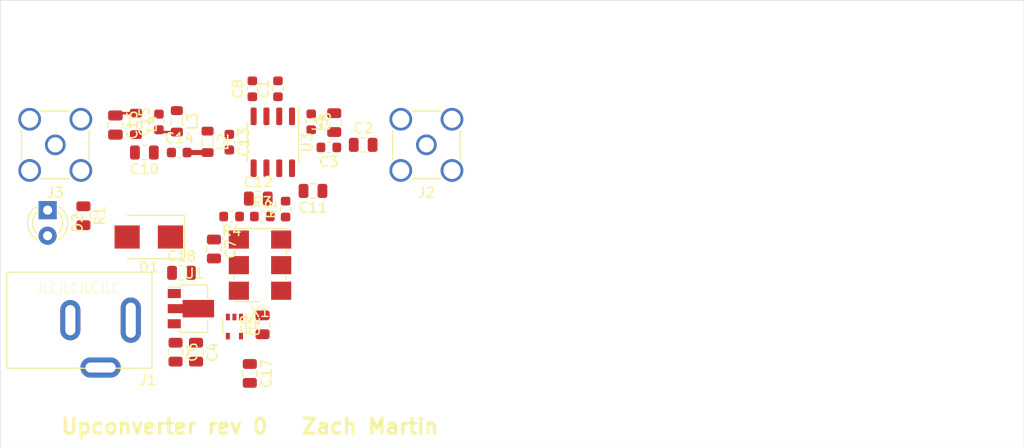
<source format=kicad_pcb>
(kicad_pcb (version 20171130) (host pcbnew 5.1.6-c6e7f7d~87~ubuntu19.10.1)

  (general
    (thickness 1.6)
    (drawings 6)
    (tracks 9)
    (zones 0)
    (modules 35)
    (nets 21)
  )

  (page A4)
  (layers
    (0 F.Cu signal)
    (31 B.Cu signal)
    (32 B.Adhes user)
    (33 F.Adhes user)
    (34 B.Paste user)
    (35 F.Paste user)
    (36 B.SilkS user)
    (37 F.SilkS user)
    (38 B.Mask user)
    (39 F.Mask user)
    (40 Dwgs.User user)
    (41 Cmts.User user)
    (42 Eco1.User user)
    (43 Eco2.User user)
    (44 Edge.Cuts user)
    (45 Margin user)
    (46 B.CrtYd user)
    (47 F.CrtYd user)
    (48 B.Fab user)
    (49 F.Fab user hide)
  )

  (setup
    (last_trace_width 0.25)
    (user_trace_width 0.5)
    (user_trace_width 0.75)
    (user_trace_width 1)
    (user_trace_width 1.5)
    (trace_clearance 0.2)
    (zone_clearance 0.508)
    (zone_45_only no)
    (trace_min 0.2)
    (via_size 0.8)
    (via_drill 0.4)
    (via_min_size 0.4)
    (via_min_drill 0.3)
    (uvia_size 0.3)
    (uvia_drill 0.1)
    (uvias_allowed no)
    (uvia_min_size 0.2)
    (uvia_min_drill 0.1)
    (edge_width 0.05)
    (segment_width 0.2)
    (pcb_text_width 0.3)
    (pcb_text_size 1.5 1.5)
    (mod_edge_width 0.12)
    (mod_text_size 1 1)
    (mod_text_width 0.15)
    (pad_size 1.95 1.95)
    (pad_drill 1.25)
    (pad_to_mask_clearance 0.05)
    (aux_axis_origin 0 0)
    (visible_elements 7FFFFFFF)
    (pcbplotparams
      (layerselection 0x010fc_ffffffff)
      (usegerberextensions true)
      (usegerberattributes false)
      (usegerberadvancedattributes false)
      (creategerberjobfile false)
      (excludeedgelayer true)
      (linewidth 0.100000)
      (plotframeref false)
      (viasonmask false)
      (mode 1)
      (useauxorigin false)
      (hpglpennumber 1)
      (hpglpenspeed 20)
      (hpglpendiameter 15.000000)
      (psnegative false)
      (psa4output false)
      (plotreference true)
      (plotvalue false)
      (plotinvisibletext false)
      (padsonsilk false)
      (subtractmaskfromsilk true)
      (outputformat 1)
      (mirror false)
      (drillshape 0)
      (scaleselection 1)
      (outputdirectory "gerbers/"))
  )

  (net 0 "")
  (net 1 +3V3)
  (net 2 GND)
  (net 3 +5V)
  (net 4 "Net-(C5-Pad1)")
  (net 5 "Net-(C10-Pad1)")
  (net 6 "Net-(C12-Pad1)")
  (net 7 "Net-(C12-Pad2)")
  (net 8 "Net-(R2-Pad1)")
  (net 9 "Net-(C1-Pad1)")
  (net 10 "Net-(C2-Pad1)")
  (net 11 "Net-(C2-Pad2)")
  (net 12 "Net-(C8-Pad1)")
  (net 13 "Net-(C10-Pad2)")
  (net 14 "Net-(D1-Pad2)")
  (net 15 "Net-(D2-Pad1)")
  (net 16 "Net-(U2-Pad1)")
  (net 17 "Net-(U2-Pad3)")
  (net 18 "Net-(U3-Pad7)")
  (net 19 "Net-(C13-Pad2)")
  (net 20 "Net-(C18-Pad1)")

  (net_class Default "This is the default net class."
    (clearance 0.2)
    (trace_width 0.25)
    (via_dia 0.8)
    (via_drill 0.4)
    (uvia_dia 0.3)
    (uvia_drill 0.1)
    (add_net +3V3)
    (add_net +5V)
    (add_net GND)
    (add_net "Net-(C1-Pad1)")
    (add_net "Net-(C10-Pad1)")
    (add_net "Net-(C10-Pad2)")
    (add_net "Net-(C12-Pad1)")
    (add_net "Net-(C12-Pad2)")
    (add_net "Net-(C13-Pad2)")
    (add_net "Net-(C18-Pad1)")
    (add_net "Net-(C2-Pad1)")
    (add_net "Net-(C2-Pad2)")
    (add_net "Net-(C5-Pad1)")
    (add_net "Net-(C8-Pad1)")
    (add_net "Net-(D1-Pad2)")
    (add_net "Net-(D2-Pad1)")
    (add_net "Net-(R2-Pad1)")
    (add_net "Net-(U2-Pad1)")
    (add_net "Net-(U2-Pad3)")
    (add_net "Net-(U3-Pad7)")
  )

  (module Package_TO_SOT_SMD:SOT-89-3 (layer F.Cu) (tedit 5C33D6E8) (tstamp 6114F7D7)
    (at 60.452 93.726)
    (descr "SOT-89-3, http://ww1.microchip.com/downloads/en/DeviceDoc/3L_SOT-89_MB_C04-029C.pdf")
    (tags SOT-89-3)
    (path /61262CA5)
    (attr smd)
    (fp_text reference U1 (at 0.3 -3.5) (layer F.SilkS)
      (effects (font (size 1 1) (thickness 0.15)))
    )
    (fp_text value LM2936-5.0 (at 0.762 4.826) (layer F.Fab)
      (effects (font (size 1 1) (thickness 0.15)))
    )
    (fp_text user %R (at 0.5 0 90) (layer F.Fab)
      (effects (font (size 1 1) (thickness 0.15)))
    )
    (fp_line (start 1.66 1.05) (end 1.66 2.36) (layer F.SilkS) (width 0.12))
    (fp_line (start 1.66 2.36) (end -1.06 2.36) (layer F.SilkS) (width 0.12))
    (fp_line (start -2.2 -2.13) (end -1.06 -2.13) (layer F.SilkS) (width 0.12))
    (fp_line (start 1.66 -2.36) (end 1.66 -1.05) (layer F.SilkS) (width 0.12))
    (fp_line (start -0.95 -1.25) (end 0.05 -2.25) (layer F.Fab) (width 0.1))
    (fp_line (start 1.55 -2.25) (end 1.55 2.25) (layer F.Fab) (width 0.1))
    (fp_line (start 1.55 2.25) (end -0.95 2.25) (layer F.Fab) (width 0.1))
    (fp_line (start -0.95 2.25) (end -0.95 -1.25) (layer F.Fab) (width 0.1))
    (fp_line (start 0.05 -2.25) (end 1.55 -2.25) (layer F.Fab) (width 0.1))
    (fp_line (start 2.55 -2.5) (end 2.55 2.5) (layer F.CrtYd) (width 0.05))
    (fp_line (start 2.55 -2.5) (end -2.55 -2.5) (layer F.CrtYd) (width 0.05))
    (fp_line (start -2.55 2.5) (end 2.55 2.5) (layer F.CrtYd) (width 0.05))
    (fp_line (start -2.55 2.5) (end -2.55 -2.5) (layer F.CrtYd) (width 0.05))
    (fp_line (start -1.06 -2.36) (end 1.66 -2.36) (layer F.SilkS) (width 0.12))
    (fp_line (start -1.06 -2.36) (end -1.06 -2.13) (layer F.SilkS) (width 0.12))
    (fp_line (start -1.06 2.36) (end -1.06 2.13) (layer F.SilkS) (width 0.12))
    (pad 2 smd custom (at -1.5625 0) (size 1.475 0.9) (layers F.Cu F.Paste F.Mask)
      (net 2 GND) (zone_connect 2)
      (options (clearance outline) (anchor rect))
      (primitives
        (gr_poly (pts
           (xy 0.7375 -0.8665) (xy 3.8625 -0.8665) (xy 3.8625 0.8665) (xy 0.7375 0.8665)) (width 0))
      ))
    (pad 3 smd rect (at -1.65 1.5) (size 1.3 0.9) (layers F.Cu F.Paste F.Mask)
      (net 3 +5V))
    (pad 1 smd rect (at -1.65 -1.5) (size 1.3 0.9) (layers F.Cu F.Paste F.Mask)
      (net 20 "Net-(C18-Pad1)"))
    (model ${KISYS3DMOD}/Package_TO_SOT_SMD.3dshapes/SOT-89-3.wrl
      (at (xyz 0 0 0))
      (scale (xyz 1 1 1))
      (rotate (xyz 0 0 0))
    )
  )

  (module Capacitor_SMD:C_0805_2012Metric (layer F.Cu) (tedit 5B36C52B) (tstamp 611471F8)
    (at 59.5145 90.17)
    (descr "Capacitor SMD 0805 (2012 Metric), square (rectangular) end terminal, IPC_7351 nominal, (Body size source: https://docs.google.com/spreadsheets/d/1BsfQQcO9C6DZCsRaXUlFlo91Tg2WpOkGARC1WS5S8t0/edit?usp=sharing), generated with kicad-footprint-generator")
    (tags capacitor)
    (path /6122E6E8)
    (attr smd)
    (fp_text reference C18 (at 0 -1.65) (layer F.SilkS)
      (effects (font (size 1 1) (thickness 0.15)))
    )
    (fp_text value 10uF (at 0 1.65) (layer F.Fab)
      (effects (font (size 1 1) (thickness 0.15)))
    )
    (fp_text user %R (at 0 0) (layer F.Fab)
      (effects (font (size 0.5 0.5) (thickness 0.08)))
    )
    (fp_line (start -1 0.6) (end -1 -0.6) (layer F.Fab) (width 0.1))
    (fp_line (start -1 -0.6) (end 1 -0.6) (layer F.Fab) (width 0.1))
    (fp_line (start 1 -0.6) (end 1 0.6) (layer F.Fab) (width 0.1))
    (fp_line (start 1 0.6) (end -1 0.6) (layer F.Fab) (width 0.1))
    (fp_line (start -0.258578 -0.71) (end 0.258578 -0.71) (layer F.SilkS) (width 0.12))
    (fp_line (start -0.258578 0.71) (end 0.258578 0.71) (layer F.SilkS) (width 0.12))
    (fp_line (start -1.68 0.95) (end -1.68 -0.95) (layer F.CrtYd) (width 0.05))
    (fp_line (start -1.68 -0.95) (end 1.68 -0.95) (layer F.CrtYd) (width 0.05))
    (fp_line (start 1.68 -0.95) (end 1.68 0.95) (layer F.CrtYd) (width 0.05))
    (fp_line (start 1.68 0.95) (end -1.68 0.95) (layer F.CrtYd) (width 0.05))
    (pad 2 smd roundrect (at 0.9375 0) (size 0.975 1.4) (layers F.Cu F.Paste F.Mask) (roundrect_rratio 0.25)
      (net 2 GND))
    (pad 1 smd roundrect (at -0.9375 0) (size 0.975 1.4) (layers F.Cu F.Paste F.Mask) (roundrect_rratio 0.25)
      (net 20 "Net-(C18-Pad1)"))
    (model ${KISYS3DMOD}/Capacitor_SMD.3dshapes/C_0805_2012Metric.wrl
      (at (xyz 0 0 0))
      (scale (xyz 1 1 1))
      (rotate (xyz 0 0 0))
    )
  )

  (module Capacitor_SMD:C_0805_2012Metric (layer F.Cu) (tedit 5B36C52B) (tstamp 611471E7)
    (at 66.294 100.1545 270)
    (descr "Capacitor SMD 0805 (2012 Metric), square (rectangular) end terminal, IPC_7351 nominal, (Body size source: https://docs.google.com/spreadsheets/d/1BsfQQcO9C6DZCsRaXUlFlo91Tg2WpOkGARC1WS5S8t0/edit?usp=sharing), generated with kicad-footprint-generator")
    (tags capacitor)
    (path /60FEB847)
    (attr smd)
    (fp_text reference C17 (at 0 -1.65 90) (layer F.SilkS)
      (effects (font (size 1 1) (thickness 0.15)))
    )
    (fp_text value 100nF (at 0 1.65 90) (layer F.Fab)
      (effects (font (size 1 1) (thickness 0.15)))
    )
    (fp_text user %R (at 0 0 90) (layer F.Fab)
      (effects (font (size 0.5 0.5) (thickness 0.08)))
    )
    (fp_line (start -1 0.6) (end -1 -0.6) (layer F.Fab) (width 0.1))
    (fp_line (start -1 -0.6) (end 1 -0.6) (layer F.Fab) (width 0.1))
    (fp_line (start 1 -0.6) (end 1 0.6) (layer F.Fab) (width 0.1))
    (fp_line (start 1 0.6) (end -1 0.6) (layer F.Fab) (width 0.1))
    (fp_line (start -0.258578 -0.71) (end 0.258578 -0.71) (layer F.SilkS) (width 0.12))
    (fp_line (start -0.258578 0.71) (end 0.258578 0.71) (layer F.SilkS) (width 0.12))
    (fp_line (start -1.68 0.95) (end -1.68 -0.95) (layer F.CrtYd) (width 0.05))
    (fp_line (start -1.68 -0.95) (end 1.68 -0.95) (layer F.CrtYd) (width 0.05))
    (fp_line (start 1.68 -0.95) (end 1.68 0.95) (layer F.CrtYd) (width 0.05))
    (fp_line (start 1.68 0.95) (end -1.68 0.95) (layer F.CrtYd) (width 0.05))
    (pad 2 smd roundrect (at 0.9375 0 270) (size 0.975 1.4) (layers F.Cu F.Paste F.Mask) (roundrect_rratio 0.25)
      (net 2 GND))
    (pad 1 smd roundrect (at -0.9375 0 270) (size 0.975 1.4) (layers F.Cu F.Paste F.Mask) (roundrect_rratio 0.25)
      (net 3 +5V))
    (model ${KISYS3DMOD}/Capacitor_SMD.3dshapes/C_0805_2012Metric.wrl
      (at (xyz 0 0 0))
      (scale (xyz 1 1 1))
      (rotate (xyz 0 0 0))
    )
  )

  (module Capacitor_SMD:C_0603_1608Metric (layer F.Cu) (tedit 5B301BBE) (tstamp 611470D6)
    (at 66.548 71.9075 90)
    (descr "Capacitor SMD 0603 (1608 Metric), square (rectangular) end terminal, IPC_7351 nominal, (Body size source: http://www.tortai-tech.com/upload/download/2011102023233369053.pdf), generated with kicad-footprint-generator")
    (tags capacitor)
    (path /611B7EF2)
    (attr smd)
    (fp_text reference C8 (at 0 -1.43 90) (layer F.SilkS)
      (effects (font (size 1 1) (thickness 0.15)))
    )
    (fp_text value 10nF (at 0 1.43 90) (layer F.Fab)
      (effects (font (size 1 1) (thickness 0.15)))
    )
    (fp_text user %R (at 0 0 90) (layer F.Fab)
      (effects (font (size 0.4 0.4) (thickness 0.06)))
    )
    (fp_line (start -0.8 0.4) (end -0.8 -0.4) (layer F.Fab) (width 0.1))
    (fp_line (start -0.8 -0.4) (end 0.8 -0.4) (layer F.Fab) (width 0.1))
    (fp_line (start 0.8 -0.4) (end 0.8 0.4) (layer F.Fab) (width 0.1))
    (fp_line (start 0.8 0.4) (end -0.8 0.4) (layer F.Fab) (width 0.1))
    (fp_line (start -0.162779 -0.51) (end 0.162779 -0.51) (layer F.SilkS) (width 0.12))
    (fp_line (start -0.162779 0.51) (end 0.162779 0.51) (layer F.SilkS) (width 0.12))
    (fp_line (start -1.48 0.73) (end -1.48 -0.73) (layer F.CrtYd) (width 0.05))
    (fp_line (start -1.48 -0.73) (end 1.48 -0.73) (layer F.CrtYd) (width 0.05))
    (fp_line (start 1.48 -0.73) (end 1.48 0.73) (layer F.CrtYd) (width 0.05))
    (fp_line (start 1.48 0.73) (end -1.48 0.73) (layer F.CrtYd) (width 0.05))
    (pad 2 smd roundrect (at 0.7875 0 90) (size 0.875 0.95) (layers F.Cu F.Paste F.Mask) (roundrect_rratio 0.25)
      (net 2 GND))
    (pad 1 smd roundrect (at -0.7875 0 90) (size 0.875 0.95) (layers F.Cu F.Paste F.Mask) (roundrect_rratio 0.25)
      (net 12 "Net-(C8-Pad1)"))
    (model ${KISYS3DMOD}/Capacitor_SMD.3dshapes/C_0603_1608Metric.wrl
      (at (xyz 0 0 0))
      (scale (xyz 1 1 1))
      (rotate (xyz 0 0 0))
    )
  )

  (module Capacitor_SMD:C_0603_1608Metric (layer F.Cu) (tedit 5B301BBE) (tstamp 61147015)
    (at 69.088 71.9075 90)
    (descr "Capacitor SMD 0603 (1608 Metric), square (rectangular) end terminal, IPC_7351 nominal, (Body size source: http://www.tortai-tech.com/upload/download/2011102023233369053.pdf), generated with kicad-footprint-generator")
    (tags capacitor)
    (path /61177755)
    (attr smd)
    (fp_text reference C1 (at 0 -1.43 90) (layer F.SilkS)
      (effects (font (size 1 1) (thickness 0.15)))
    )
    (fp_text value 10nF (at 0 1.43 90) (layer F.Fab)
      (effects (font (size 1 1) (thickness 0.15)))
    )
    (fp_text user %R (at 0 0 90) (layer F.Fab)
      (effects (font (size 0.4 0.4) (thickness 0.06)))
    )
    (fp_line (start -0.8 0.4) (end -0.8 -0.4) (layer F.Fab) (width 0.1))
    (fp_line (start -0.8 -0.4) (end 0.8 -0.4) (layer F.Fab) (width 0.1))
    (fp_line (start 0.8 -0.4) (end 0.8 0.4) (layer F.Fab) (width 0.1))
    (fp_line (start 0.8 0.4) (end -0.8 0.4) (layer F.Fab) (width 0.1))
    (fp_line (start -0.162779 -0.51) (end 0.162779 -0.51) (layer F.SilkS) (width 0.12))
    (fp_line (start -0.162779 0.51) (end 0.162779 0.51) (layer F.SilkS) (width 0.12))
    (fp_line (start -1.48 0.73) (end -1.48 -0.73) (layer F.CrtYd) (width 0.05))
    (fp_line (start -1.48 -0.73) (end 1.48 -0.73) (layer F.CrtYd) (width 0.05))
    (fp_line (start 1.48 -0.73) (end 1.48 0.73) (layer F.CrtYd) (width 0.05))
    (fp_line (start 1.48 0.73) (end -1.48 0.73) (layer F.CrtYd) (width 0.05))
    (pad 2 smd roundrect (at 0.7875 0 90) (size 0.875 0.95) (layers F.Cu F.Paste F.Mask) (roundrect_rratio 0.25)
      (net 2 GND))
    (pad 1 smd roundrect (at -0.7875 0 90) (size 0.875 0.95) (layers F.Cu F.Paste F.Mask) (roundrect_rratio 0.25)
      (net 9 "Net-(C1-Pad1)"))
    (model ${KISYS3DMOD}/Capacitor_SMD.3dshapes/C_0603_1608Metric.wrl
      (at (xyz 0 0 0))
      (scale (xyz 1 1 1))
      (rotate (xyz 0 0 0))
    )
  )

  (module Capacitor_SMD:C_0603_1608Metric (layer F.Cu) (tedit 5F68FEEE) (tstamp 60F87DEB)
    (at 57.277 75.197 90)
    (descr "Capacitor SMD 0603 (1608 Metric), square (rectangular) end terminal, IPC_7351 nominal, (Body size source: IPC-SM-782 page 76, https://www.pcb-3d.com/wordpress/wp-content/uploads/ipc-sm-782a_amendment_1_and_2.pdf), generated with kicad-footprint-generator")
    (tags capacitor)
    (path /60F8754D)
    (attr smd)
    (fp_text reference C15 (at 0 -1.43 90) (layer F.SilkS)
      (effects (font (size 1 1) (thickness 0.15)))
    )
    (fp_text value OMIT4.3pF (at 0 1.43 90) (layer F.Fab)
      (effects (font (size 1 1) (thickness 0.15)))
    )
    (fp_line (start 1.48 0.73) (end -1.48 0.73) (layer F.CrtYd) (width 0.05))
    (fp_line (start 1.48 -0.73) (end 1.48 0.73) (layer F.CrtYd) (width 0.05))
    (fp_line (start -1.48 -0.73) (end 1.48 -0.73) (layer F.CrtYd) (width 0.05))
    (fp_line (start -1.48 0.73) (end -1.48 -0.73) (layer F.CrtYd) (width 0.05))
    (fp_line (start -0.14058 0.51) (end 0.14058 0.51) (layer F.SilkS) (width 0.12))
    (fp_line (start -0.14058 -0.51) (end 0.14058 -0.51) (layer F.SilkS) (width 0.12))
    (fp_line (start 0.8 0.4) (end -0.8 0.4) (layer F.Fab) (width 0.1))
    (fp_line (start 0.8 -0.4) (end 0.8 0.4) (layer F.Fab) (width 0.1))
    (fp_line (start -0.8 -0.4) (end 0.8 -0.4) (layer F.Fab) (width 0.1))
    (fp_line (start -0.8 0.4) (end -0.8 -0.4) (layer F.Fab) (width 0.1))
    (fp_text user %R (at 0 0 90) (layer F.Fab)
      (effects (font (size 0.4 0.4) (thickness 0.06)))
    )
    (pad 2 smd roundrect (at 0.775 0 90) (size 0.9 0.95) (layers F.Cu F.Paste F.Mask) (roundrect_rratio 0.25)
      (net 2 GND))
    (pad 1 smd roundrect (at -0.775 0 90) (size 0.9 0.95) (layers F.Cu F.Paste F.Mask) (roundrect_rratio 0.25)
      (net 5 "Net-(C10-Pad1)"))
    (model ${KISYS3DMOD}/Capacitor_SMD.3dshapes/C_0603_1608Metric.wrl
      (at (xyz 0 0 0))
      (scale (xyz 1 1 1))
      (rotate (xyz 0 0 0))
    )
  )

  (module Inductor_SMD:L_0805_2012Metric (layer F.Cu) (tedit 5F68FEF0) (tstamp 60F87F0F)
    (at 54.991 75.3915 270)
    (descr "Inductor SMD 0805 (2012 Metric), square (rectangular) end terminal, IPC_7351 nominal, (Body size source: IPC-SM-782 page 80, https://www.pcb-3d.com/wordpress/wp-content/uploads/ipc-sm-782a_amendment_1_and_2.pdf), generated with kicad-footprint-generator")
    (tags inductor)
    (path /60F8630A)
    (attr smd)
    (fp_text reference L4 (at 0 -1.55 90) (layer F.SilkS)
      (effects (font (size 1 1) (thickness 0.15)))
    )
    (fp_text value 33nH (at 0 1.55 90) (layer F.Fab)
      (effects (font (size 1 1) (thickness 0.15)))
    )
    (fp_line (start 1.75 0.85) (end -1.75 0.85) (layer F.CrtYd) (width 0.05))
    (fp_line (start 1.75 -0.85) (end 1.75 0.85) (layer F.CrtYd) (width 0.05))
    (fp_line (start -1.75 -0.85) (end 1.75 -0.85) (layer F.CrtYd) (width 0.05))
    (fp_line (start -1.75 0.85) (end -1.75 -0.85) (layer F.CrtYd) (width 0.05))
    (fp_line (start -0.399622 0.56) (end 0.399622 0.56) (layer F.SilkS) (width 0.12))
    (fp_line (start -0.399622 -0.56) (end 0.399622 -0.56) (layer F.SilkS) (width 0.12))
    (fp_line (start 1 0.45) (end -1 0.45) (layer F.Fab) (width 0.1))
    (fp_line (start 1 -0.45) (end 1 0.45) (layer F.Fab) (width 0.1))
    (fp_line (start -1 -0.45) (end 1 -0.45) (layer F.Fab) (width 0.1))
    (fp_line (start -1 0.45) (end -1 -0.45) (layer F.Fab) (width 0.1))
    (fp_text user %R (at 0 0 90) (layer F.Fab)
      (effects (font (size 0.5 0.5) (thickness 0.08)))
    )
    (pad 2 smd roundrect (at 1.0625 0 270) (size 0.875 1.2) (layers F.Cu F.Paste F.Mask) (roundrect_rratio 0.25)
      (net 13 "Net-(C10-Pad2)"))
    (pad 1 smd roundrect (at -1.0625 0 270) (size 0.875 1.2) (layers F.Cu F.Paste F.Mask) (roundrect_rratio 0.25)
      (net 2 GND))
    (model ${KISYS3DMOD}/Inductor_SMD.3dshapes/L_0805_2012Metric.wrl
      (at (xyz 0 0 0))
      (scale (xyz 1 1 1))
      (rotate (xyz 0 0 0))
    )
  )

  (module Inductor_SMD:L_0805_2012Metric (layer F.Cu) (tedit 5F68FEF0) (tstamp 60F87EFE)
    (at 59.055 75.1375 270)
    (descr "Inductor SMD 0805 (2012 Metric), square (rectangular) end terminal, IPC_7351 nominal, (Body size source: IPC-SM-782 page 80, https://www.pcb-3d.com/wordpress/wp-content/uploads/ipc-sm-782a_amendment_1_and_2.pdf), generated with kicad-footprint-generator")
    (tags inductor)
    (path /60FAE8DB)
    (attr smd)
    (fp_text reference L3 (at 0 -1.55 90) (layer F.SilkS)
      (effects (font (size 1 1) (thickness 0.15)))
    )
    (fp_text value 33nH (at 0 1.55 90) (layer F.Fab)
      (effects (font (size 1 1) (thickness 0.15)))
    )
    (fp_line (start 1.75 0.85) (end -1.75 0.85) (layer F.CrtYd) (width 0.05))
    (fp_line (start 1.75 -0.85) (end 1.75 0.85) (layer F.CrtYd) (width 0.05))
    (fp_line (start -1.75 -0.85) (end 1.75 -0.85) (layer F.CrtYd) (width 0.05))
    (fp_line (start -1.75 0.85) (end -1.75 -0.85) (layer F.CrtYd) (width 0.05))
    (fp_line (start -0.399622 0.56) (end 0.399622 0.56) (layer F.SilkS) (width 0.12))
    (fp_line (start -0.399622 -0.56) (end 0.399622 -0.56) (layer F.SilkS) (width 0.12))
    (fp_line (start 1 0.45) (end -1 0.45) (layer F.Fab) (width 0.1))
    (fp_line (start 1 -0.45) (end 1 0.45) (layer F.Fab) (width 0.1))
    (fp_line (start -1 -0.45) (end 1 -0.45) (layer F.Fab) (width 0.1))
    (fp_line (start -1 0.45) (end -1 -0.45) (layer F.Fab) (width 0.1))
    (fp_text user %R (at 0 0 90) (layer F.Fab)
      (effects (font (size 0.5 0.5) (thickness 0.08)))
    )
    (pad 2 smd roundrect (at 1.0625 0 270) (size 0.875 1.2) (layers F.Cu F.Paste F.Mask) (roundrect_rratio 0.25)
      (net 5 "Net-(C10-Pad1)"))
    (pad 1 smd roundrect (at -1.0625 0 270) (size 0.875 1.2) (layers F.Cu F.Paste F.Mask) (roundrect_rratio 0.25)
      (net 2 GND))
    (model ${KISYS3DMOD}/Inductor_SMD.3dshapes/L_0805_2012Metric.wrl
      (at (xyz 0 0 0))
      (scale (xyz 1 1 1))
      (rotate (xyz 0 0 0))
    )
  )

  (module Inductor_SMD:L_0805_2012Metric (layer F.Cu) (tedit 5F68FEF0) (tstamp 60F87EED)
    (at 62.103 77.1695 270)
    (descr "Inductor SMD 0805 (2012 Metric), square (rectangular) end terminal, IPC_7351 nominal, (Body size source: IPC-SM-782 page 80, https://www.pcb-3d.com/wordpress/wp-content/uploads/ipc-sm-782a_amendment_1_and_2.pdf), generated with kicad-footprint-generator")
    (tags inductor)
    (path /60F9F8BE)
    (attr smd)
    (fp_text reference L2 (at 0 -1.55 90) (layer F.SilkS)
      (effects (font (size 1 1) (thickness 0.15)))
    )
    (fp_text value 33nH (at 0 1.55 90) (layer F.Fab)
      (effects (font (size 1 1) (thickness 0.15)))
    )
    (fp_line (start 1.75 0.85) (end -1.75 0.85) (layer F.CrtYd) (width 0.05))
    (fp_line (start 1.75 -0.85) (end 1.75 0.85) (layer F.CrtYd) (width 0.05))
    (fp_line (start -1.75 -0.85) (end 1.75 -0.85) (layer F.CrtYd) (width 0.05))
    (fp_line (start -1.75 0.85) (end -1.75 -0.85) (layer F.CrtYd) (width 0.05))
    (fp_line (start -0.399622 0.56) (end 0.399622 0.56) (layer F.SilkS) (width 0.12))
    (fp_line (start -0.399622 -0.56) (end 0.399622 -0.56) (layer F.SilkS) (width 0.12))
    (fp_line (start 1 0.45) (end -1 0.45) (layer F.Fab) (width 0.1))
    (fp_line (start 1 -0.45) (end 1 0.45) (layer F.Fab) (width 0.1))
    (fp_line (start -1 -0.45) (end 1 -0.45) (layer F.Fab) (width 0.1))
    (fp_line (start -1 0.45) (end -1 -0.45) (layer F.Fab) (width 0.1))
    (fp_text user %R (at 0 0 90) (layer F.Fab)
      (effects (font (size 0.5 0.5) (thickness 0.08)))
    )
    (pad 2 smd roundrect (at 1.0625 0 270) (size 0.875 1.2) (layers F.Cu F.Paste F.Mask) (roundrect_rratio 0.25)
      (net 19 "Net-(C13-Pad2)"))
    (pad 1 smd roundrect (at -1.0625 0 270) (size 0.875 1.2) (layers F.Cu F.Paste F.Mask) (roundrect_rratio 0.25)
      (net 2 GND))
    (model ${KISYS3DMOD}/Inductor_SMD.3dshapes/L_0805_2012Metric.wrl
      (at (xyz 0 0 0))
      (scale (xyz 1 1 1))
      (rotate (xyz 0 0 0))
    )
  )

  (module Capacitor_SMD:C_0805_2012Metric (layer F.Cu) (tedit 5F68FEEE) (tstamp 60F87DFC)
    (at 52.959 75.504 270)
    (descr "Capacitor SMD 0805 (2012 Metric), square (rectangular) end terminal, IPC_7351 nominal, (Body size source: IPC-SM-782 page 76, https://www.pcb-3d.com/wordpress/wp-content/uploads/ipc-sm-782a_amendment_1_and_2.pdf, https://docs.google.com/spreadsheets/d/1BsfQQcO9C6DZCsRaXUlFlo91Tg2WpOkGARC1WS5S8t0/edit?usp=sharing), generated with kicad-footprint-generator")
    (tags capacitor)
    (path /60FD7697)
    (attr smd)
    (fp_text reference C16 (at 0 -1.68 90) (layer F.SilkS)
      (effects (font (size 1 1) (thickness 0.15)))
    )
    (fp_text value 18pF (at 0 1.68 90) (layer F.Fab)
      (effects (font (size 1 1) (thickness 0.15)))
    )
    (fp_line (start 1.7 0.98) (end -1.7 0.98) (layer F.CrtYd) (width 0.05))
    (fp_line (start 1.7 -0.98) (end 1.7 0.98) (layer F.CrtYd) (width 0.05))
    (fp_line (start -1.7 -0.98) (end 1.7 -0.98) (layer F.CrtYd) (width 0.05))
    (fp_line (start -1.7 0.98) (end -1.7 -0.98) (layer F.CrtYd) (width 0.05))
    (fp_line (start -0.261252 0.735) (end 0.261252 0.735) (layer F.SilkS) (width 0.12))
    (fp_line (start -0.261252 -0.735) (end 0.261252 -0.735) (layer F.SilkS) (width 0.12))
    (fp_line (start 1 0.625) (end -1 0.625) (layer F.Fab) (width 0.1))
    (fp_line (start 1 -0.625) (end 1 0.625) (layer F.Fab) (width 0.1))
    (fp_line (start -1 -0.625) (end 1 -0.625) (layer F.Fab) (width 0.1))
    (fp_line (start -1 0.625) (end -1 -0.625) (layer F.Fab) (width 0.1))
    (fp_text user %R (at 0 0 90) (layer F.Fab)
      (effects (font (size 0.5 0.5) (thickness 0.08)))
    )
    (pad 2 smd roundrect (at 0.95 0 270) (size 1 1.45) (layers F.Cu F.Paste F.Mask) (roundrect_rratio 0.25)
      (net 13 "Net-(C10-Pad2)"))
    (pad 1 smd roundrect (at -0.95 0 270) (size 1 1.45) (layers F.Cu F.Paste F.Mask) (roundrect_rratio 0.25)
      (net 2 GND))
    (model ${KISYS3DMOD}/Capacitor_SMD.3dshapes/C_0805_2012Metric.wrl
      (at (xyz 0 0 0))
      (scale (xyz 1 1 1))
      (rotate (xyz 0 0 0))
    )
  )

  (module Capacitor_SMD:C_0603_1608Metric (layer F.Cu) (tedit 5F68FEEE) (tstamp 60F87DDA)
    (at 59.296 78.232)
    (descr "Capacitor SMD 0603 (1608 Metric), square (rectangular) end terminal, IPC_7351 nominal, (Body size source: IPC-SM-782 page 76, https://www.pcb-3d.com/wordpress/wp-content/uploads/ipc-sm-782a_amendment_1_and_2.pdf), generated with kicad-footprint-generator")
    (tags capacitor)
    (path /60F97BD9)
    (attr smd)
    (fp_text reference C14 (at 0 -1.43) (layer F.SilkS)
      (effects (font (size 1 1) (thickness 0.15)))
    )
    (fp_text value 18pF (at 0 1.43) (layer F.Fab)
      (effects (font (size 1 1) (thickness 0.15)))
    )
    (fp_line (start 1.48 0.73) (end -1.48 0.73) (layer F.CrtYd) (width 0.05))
    (fp_line (start 1.48 -0.73) (end 1.48 0.73) (layer F.CrtYd) (width 0.05))
    (fp_line (start -1.48 -0.73) (end 1.48 -0.73) (layer F.CrtYd) (width 0.05))
    (fp_line (start -1.48 0.73) (end -1.48 -0.73) (layer F.CrtYd) (width 0.05))
    (fp_line (start -0.14058 0.51) (end 0.14058 0.51) (layer F.SilkS) (width 0.12))
    (fp_line (start -0.14058 -0.51) (end 0.14058 -0.51) (layer F.SilkS) (width 0.12))
    (fp_line (start 0.8 0.4) (end -0.8 0.4) (layer F.Fab) (width 0.1))
    (fp_line (start 0.8 -0.4) (end 0.8 0.4) (layer F.Fab) (width 0.1))
    (fp_line (start -0.8 -0.4) (end 0.8 -0.4) (layer F.Fab) (width 0.1))
    (fp_line (start -0.8 0.4) (end -0.8 -0.4) (layer F.Fab) (width 0.1))
    (fp_text user %R (at 0 0) (layer F.Fab)
      (effects (font (size 0.4 0.4) (thickness 0.06)))
    )
    (pad 2 smd roundrect (at 0.775 0) (size 0.9 0.95) (layers F.Cu F.Paste F.Mask) (roundrect_rratio 0.25)
      (net 19 "Net-(C13-Pad2)"))
    (pad 1 smd roundrect (at -0.775 0) (size 0.9 0.95) (layers F.Cu F.Paste F.Mask) (roundrect_rratio 0.25)
      (net 5 "Net-(C10-Pad1)"))
    (model ${KISYS3DMOD}/Capacitor_SMD.3dshapes/C_0603_1608Metric.wrl
      (at (xyz 0 0 0))
      (scale (xyz 1 1 1))
      (rotate (xyz 0 0 0))
    )
  )

  (module Capacitor_SMD:C_0603_1608Metric (layer F.Cu) (tedit 5F68FEEE) (tstamp 60F87DC9)
    (at 64.262 77.203 270)
    (descr "Capacitor SMD 0603 (1608 Metric), square (rectangular) end terminal, IPC_7351 nominal, (Body size source: IPC-SM-782 page 76, https://www.pcb-3d.com/wordpress/wp-content/uploads/ipc-sm-782a_amendment_1_and_2.pdf), generated with kicad-footprint-generator")
    (tags capacitor)
    (path /60FA5B8C)
    (attr smd)
    (fp_text reference C13 (at 0 -1.43 90) (layer F.SilkS)
      (effects (font (size 1 1) (thickness 0.15)))
    )
    (fp_text value 18pF (at 0 1.43 90) (layer F.Fab)
      (effects (font (size 1 1) (thickness 0.15)))
    )
    (fp_line (start 1.48 0.73) (end -1.48 0.73) (layer F.CrtYd) (width 0.05))
    (fp_line (start 1.48 -0.73) (end 1.48 0.73) (layer F.CrtYd) (width 0.05))
    (fp_line (start -1.48 -0.73) (end 1.48 -0.73) (layer F.CrtYd) (width 0.05))
    (fp_line (start -1.48 0.73) (end -1.48 -0.73) (layer F.CrtYd) (width 0.05))
    (fp_line (start -0.14058 0.51) (end 0.14058 0.51) (layer F.SilkS) (width 0.12))
    (fp_line (start -0.14058 -0.51) (end 0.14058 -0.51) (layer F.SilkS) (width 0.12))
    (fp_line (start 0.8 0.4) (end -0.8 0.4) (layer F.Fab) (width 0.1))
    (fp_line (start 0.8 -0.4) (end 0.8 0.4) (layer F.Fab) (width 0.1))
    (fp_line (start -0.8 -0.4) (end 0.8 -0.4) (layer F.Fab) (width 0.1))
    (fp_line (start -0.8 0.4) (end -0.8 -0.4) (layer F.Fab) (width 0.1))
    (fp_text user %R (at 0 0 90) (layer F.Fab)
      (effects (font (size 0.4 0.4) (thickness 0.06)))
    )
    (pad 2 smd roundrect (at 0.775 0 270) (size 0.9 0.95) (layers F.Cu F.Paste F.Mask) (roundrect_rratio 0.25)
      (net 19 "Net-(C13-Pad2)"))
    (pad 1 smd roundrect (at -0.775 0 270) (size 0.9 0.95) (layers F.Cu F.Paste F.Mask) (roundrect_rratio 0.25)
      (net 2 GND))
    (model ${KISYS3DMOD}/Capacitor_SMD.3dshapes/C_0603_1608Metric.wrl
      (at (xyz 0 0 0))
      (scale (xyz 1 1 1))
      (rotate (xyz 0 0 0))
    )
  )

  (module Connector_Coaxial:SMA_Amphenol_901-144_Vertical (layer F.Cu) (tedit 5B2F4C32) (tstamp 61152491)
    (at 46.99 77.47 180)
    (descr https://www.amphenolrf.com/downloads/dl/file/id/7023/product/3103/901_144_customer_drawing.pdf)
    (tags "SMA THT Female Jack Vertical")
    (path /5EFAC751)
    (fp_text reference J3 (at 0 -4.75) (layer F.SilkS)
      (effects (font (size 1 1) (thickness 0.15)))
    )
    (fp_text value SMA_F (at 0 5) (layer F.Fab)
      (effects (font (size 1 1) (thickness 0.15)))
    )
    (fp_line (start -1.45 -3.355) (end 1.45 -3.355) (layer F.SilkS) (width 0.12))
    (fp_line (start -1.45 3.355) (end 1.45 3.355) (layer F.SilkS) (width 0.12))
    (fp_line (start 3.355 -1.45) (end 3.355 1.45) (layer F.SilkS) (width 0.12))
    (fp_line (start -3.355 -1.45) (end -3.355 1.45) (layer F.SilkS) (width 0.12))
    (fp_line (start 3.175 -3.175) (end 3.175 3.175) (layer F.Fab) (width 0.1))
    (fp_line (start -3.175 3.175) (end 3.175 3.175) (layer F.Fab) (width 0.1))
    (fp_line (start -3.175 -3.175) (end -3.175 3.175) (layer F.Fab) (width 0.1))
    (fp_line (start -3.175 -3.175) (end 3.175 -3.175) (layer F.Fab) (width 0.1))
    (fp_line (start -4.17 -4.17) (end 4.17 -4.17) (layer F.CrtYd) (width 0.05))
    (fp_line (start -4.17 -4.17) (end -4.17 4.17) (layer F.CrtYd) (width 0.05))
    (fp_line (start 4.17 4.17) (end 4.17 -4.17) (layer F.CrtYd) (width 0.05))
    (fp_line (start 4.17 4.17) (end -4.17 4.17) (layer F.CrtYd) (width 0.05))
    (fp_circle (center 0 0) (end 3.175 0) (layer F.Fab) (width 0.1))
    (fp_text user %R (at 0 0) (layer F.Fab)
      (effects (font (size 1 1) (thickness 0.15)))
    )
    (pad 2 thru_hole circle (at -2.54 2.54 180) (size 2.25 2.25) (drill 1.7) (layers *.Cu *.Mask)
      (net 2 GND))
    (pad 2 thru_hole circle (at -2.54 -2.54 180) (size 2.25 2.25) (drill 1.7) (layers *.Cu *.Mask)
      (net 2 GND))
    (pad 2 thru_hole circle (at 2.54 -2.54 180) (size 2.25 2.25) (drill 1.7) (layers *.Cu *.Mask)
      (net 2 GND))
    (pad 2 thru_hole circle (at 2.54 2.54 180) (size 2.25 2.25) (drill 1.7) (layers *.Cu *.Mask)
      (net 2 GND))
    (pad 1 thru_hole circle (at 0 0 180) (size 2.05 2.05) (drill 1.5) (layers *.Cu *.Mask)
      (net 13 "Net-(C10-Pad2)"))
    (model ${KISYS3DMOD}/Connector_Coaxial.3dshapes/SMA_Amphenol_901-144_Vertical.wrl
      (at (xyz 0 0 0))
      (scale (xyz 1 1 1))
      (rotate (xyz 0 0 0))
    )
  )

  (module Capacitor_SMD:C_0805_2012Metric (layer F.Cu) (tedit 5B36C52B) (tstamp 60F7F3DF)
    (at 77.5485 77.47)
    (descr "Capacitor SMD 0805 (2012 Metric), square (rectangular) end terminal, IPC_7351 nominal, (Body size source: https://docs.google.com/spreadsheets/d/1BsfQQcO9C6DZCsRaXUlFlo91Tg2WpOkGARC1WS5S8t0/edit?usp=sharing), generated with kicad-footprint-generator")
    (tags capacitor)
    (path /5EF7D32B)
    (attr smd)
    (fp_text reference C2 (at 0 -1.65) (layer F.SilkS)
      (effects (font (size 1 1) (thickness 0.15)))
    )
    (fp_text value 220nF (at 0 1.65) (layer F.Fab)
      (effects (font (size 1 1) (thickness 0.15)))
    )
    (fp_line (start 1.68 0.95) (end -1.68 0.95) (layer F.CrtYd) (width 0.05))
    (fp_line (start 1.68 -0.95) (end 1.68 0.95) (layer F.CrtYd) (width 0.05))
    (fp_line (start -1.68 -0.95) (end 1.68 -0.95) (layer F.CrtYd) (width 0.05))
    (fp_line (start -1.68 0.95) (end -1.68 -0.95) (layer F.CrtYd) (width 0.05))
    (fp_line (start -0.258578 0.71) (end 0.258578 0.71) (layer F.SilkS) (width 0.12))
    (fp_line (start -0.258578 -0.71) (end 0.258578 -0.71) (layer F.SilkS) (width 0.12))
    (fp_line (start 1 0.6) (end -1 0.6) (layer F.Fab) (width 0.1))
    (fp_line (start 1 -0.6) (end 1 0.6) (layer F.Fab) (width 0.1))
    (fp_line (start -1 -0.6) (end 1 -0.6) (layer F.Fab) (width 0.1))
    (fp_line (start -1 0.6) (end -1 -0.6) (layer F.Fab) (width 0.1))
    (fp_text user %R (at 0 0) (layer F.Fab)
      (effects (font (size 0.5 0.5) (thickness 0.08)))
    )
    (pad 1 smd roundrect (at -0.9375 0) (size 0.975 1.4) (layers F.Cu F.Paste F.Mask) (roundrect_rratio 0.25)
      (net 10 "Net-(C2-Pad1)"))
    (pad 2 smd roundrect (at 0.9375 0) (size 0.975 1.4) (layers F.Cu F.Paste F.Mask) (roundrect_rratio 0.25)
      (net 11 "Net-(C2-Pad2)"))
    (model ${KISYS3DMOD}/Capacitor_SMD.3dshapes/C_0805_2012Metric.wrl
      (at (xyz 0 0 0))
      (scale (xyz 1 1 1))
      (rotate (xyz 0 0 0))
    )
  )

  (module Capacitor_SMD:C_0603_1608Metric (layer F.Cu) (tedit 5B301BBE) (tstamp 60F7F3EF)
    (at 74.1425 77.724 180)
    (descr "Capacitor SMD 0603 (1608 Metric), square (rectangular) end terminal, IPC_7351 nominal, (Body size source: http://www.tortai-tech.com/upload/download/2011102023233369053.pdf), generated with kicad-footprint-generator")
    (tags capacitor)
    (path /5EF7D2FF)
    (attr smd)
    (fp_text reference C3 (at 0 -1.43) (layer F.SilkS)
      (effects (font (size 1 1) (thickness 0.15)))
    )
    (fp_text value 100pF (at 0 1.43) (layer F.Fab)
      (effects (font (size 1 1) (thickness 0.15)))
    )
    (fp_line (start 1.48 0.73) (end -1.48 0.73) (layer F.CrtYd) (width 0.05))
    (fp_line (start 1.48 -0.73) (end 1.48 0.73) (layer F.CrtYd) (width 0.05))
    (fp_line (start -1.48 -0.73) (end 1.48 -0.73) (layer F.CrtYd) (width 0.05))
    (fp_line (start -1.48 0.73) (end -1.48 -0.73) (layer F.CrtYd) (width 0.05))
    (fp_line (start -0.162779 0.51) (end 0.162779 0.51) (layer F.SilkS) (width 0.12))
    (fp_line (start -0.162779 -0.51) (end 0.162779 -0.51) (layer F.SilkS) (width 0.12))
    (fp_line (start 0.8 0.4) (end -0.8 0.4) (layer F.Fab) (width 0.1))
    (fp_line (start 0.8 -0.4) (end 0.8 0.4) (layer F.Fab) (width 0.1))
    (fp_line (start -0.8 -0.4) (end 0.8 -0.4) (layer F.Fab) (width 0.1))
    (fp_line (start -0.8 0.4) (end -0.8 -0.4) (layer F.Fab) (width 0.1))
    (fp_text user %R (at 0 0) (layer F.Fab)
      (effects (font (size 0.4 0.4) (thickness 0.06)))
    )
    (pad 1 smd roundrect (at -0.7875 0 180) (size 0.875 0.95) (layers F.Cu F.Paste F.Mask) (roundrect_rratio 0.25)
      (net 10 "Net-(C2-Pad1)"))
    (pad 2 smd roundrect (at 0.7875 0 180) (size 0.875 0.95) (layers F.Cu F.Paste F.Mask) (roundrect_rratio 0.25)
      (net 2 GND))
    (model ${KISYS3DMOD}/Capacitor_SMD.3dshapes/C_0603_1608Metric.wrl
      (at (xyz 0 0 0))
      (scale (xyz 1 1 1))
      (rotate (xyz 0 0 0))
    )
  )

  (module Capacitor_SMD:C_0805_2012Metric (layer F.Cu) (tedit 5B36C52B) (tstamp 60F7F3FF)
    (at 60.96 98.044 270)
    (descr "Capacitor SMD 0805 (2012 Metric), square (rectangular) end terminal, IPC_7351 nominal, (Body size source: https://docs.google.com/spreadsheets/d/1BsfQQcO9C6DZCsRaXUlFlo91Tg2WpOkGARC1WS5S8t0/edit?usp=sharing), generated with kicad-footprint-generator")
    (tags capacitor)
    (path /60FC983D)
    (attr smd)
    (fp_text reference C4 (at 0 -1.65 90) (layer F.SilkS)
      (effects (font (size 1 1) (thickness 0.15)))
    )
    (fp_text value 10uF (at 0 1.65 90) (layer F.Fab)
      (effects (font (size 1 1) (thickness 0.15)))
    )
    (fp_line (start -1 0.6) (end -1 -0.6) (layer F.Fab) (width 0.1))
    (fp_line (start -1 -0.6) (end 1 -0.6) (layer F.Fab) (width 0.1))
    (fp_line (start 1 -0.6) (end 1 0.6) (layer F.Fab) (width 0.1))
    (fp_line (start 1 0.6) (end -1 0.6) (layer F.Fab) (width 0.1))
    (fp_line (start -0.258578 -0.71) (end 0.258578 -0.71) (layer F.SilkS) (width 0.12))
    (fp_line (start -0.258578 0.71) (end 0.258578 0.71) (layer F.SilkS) (width 0.12))
    (fp_line (start -1.68 0.95) (end -1.68 -0.95) (layer F.CrtYd) (width 0.05))
    (fp_line (start -1.68 -0.95) (end 1.68 -0.95) (layer F.CrtYd) (width 0.05))
    (fp_line (start 1.68 -0.95) (end 1.68 0.95) (layer F.CrtYd) (width 0.05))
    (fp_line (start 1.68 0.95) (end -1.68 0.95) (layer F.CrtYd) (width 0.05))
    (fp_text user %R (at 0 0 90) (layer F.Fab)
      (effects (font (size 0.5 0.5) (thickness 0.08)))
    )
    (pad 2 smd roundrect (at 0.9375 0 270) (size 0.975 1.4) (layers F.Cu F.Paste F.Mask) (roundrect_rratio 0.25)
      (net 2 GND))
    (pad 1 smd roundrect (at -0.9375 0 270) (size 0.975 1.4) (layers F.Cu F.Paste F.Mask) (roundrect_rratio 0.25)
      (net 3 +5V))
    (model ${KISYS3DMOD}/Capacitor_SMD.3dshapes/C_0805_2012Metric.wrl
      (at (xyz 0 0 0))
      (scale (xyz 1 1 1))
      (rotate (xyz 0 0 0))
    )
  )

  (module Capacitor_SMD:C_0603_1608Metric (layer F.Cu) (tedit 5B301BBE) (tstamp 60F877DD)
    (at 72.39 75.184 270)
    (descr "Capacitor SMD 0603 (1608 Metric), square (rectangular) end terminal, IPC_7351 nominal, (Body size source: http://www.tortai-tech.com/upload/download/2011102023233369053.pdf), generated with kicad-footprint-generator")
    (tags capacitor)
    (path /5EF7D31B)
    (attr smd)
    (fp_text reference C5 (at 0 -1.43 90) (layer F.SilkS)
      (effects (font (size 1 1) (thickness 0.15)))
    )
    (fp_text value 100pF (at 0 1.43 90) (layer F.Fab)
      (effects (font (size 1 1) (thickness 0.15)))
    )
    (fp_line (start -0.8 0.4) (end -0.8 -0.4) (layer F.Fab) (width 0.1))
    (fp_line (start -0.8 -0.4) (end 0.8 -0.4) (layer F.Fab) (width 0.1))
    (fp_line (start 0.8 -0.4) (end 0.8 0.4) (layer F.Fab) (width 0.1))
    (fp_line (start 0.8 0.4) (end -0.8 0.4) (layer F.Fab) (width 0.1))
    (fp_line (start -0.162779 -0.51) (end 0.162779 -0.51) (layer F.SilkS) (width 0.12))
    (fp_line (start -0.162779 0.51) (end 0.162779 0.51) (layer F.SilkS) (width 0.12))
    (fp_line (start -1.48 0.73) (end -1.48 -0.73) (layer F.CrtYd) (width 0.05))
    (fp_line (start -1.48 -0.73) (end 1.48 -0.73) (layer F.CrtYd) (width 0.05))
    (fp_line (start 1.48 -0.73) (end 1.48 0.73) (layer F.CrtYd) (width 0.05))
    (fp_line (start 1.48 0.73) (end -1.48 0.73) (layer F.CrtYd) (width 0.05))
    (fp_text user %R (at 0 0 90) (layer F.Fab)
      (effects (font (size 0.4 0.4) (thickness 0.06)))
    )
    (pad 2 smd roundrect (at 0.7875 0 270) (size 0.875 0.95) (layers F.Cu F.Paste F.Mask) (roundrect_rratio 0.25)
      (net 2 GND))
    (pad 1 smd roundrect (at -0.7875 0 270) (size 0.875 0.95) (layers F.Cu F.Paste F.Mask) (roundrect_rratio 0.25)
      (net 4 "Net-(C5-Pad1)"))
    (model ${KISYS3DMOD}/Capacitor_SMD.3dshapes/C_0603_1608Metric.wrl
      (at (xyz 0 0 0))
      (scale (xyz 1 1 1))
      (rotate (xyz 0 0 0))
    )
  )

  (module Capacitor_SMD:C_0805_2012Metric (layer F.Cu) (tedit 5B36C52B) (tstamp 60F7F41F)
    (at 58.928 98.044 270)
    (descr "Capacitor SMD 0805 (2012 Metric), square (rectangular) end terminal, IPC_7351 nominal, (Body size source: https://docs.google.com/spreadsheets/d/1BsfQQcO9C6DZCsRaXUlFlo91Tg2WpOkGARC1WS5S8t0/edit?usp=sharing), generated with kicad-footprint-generator")
    (tags capacitor)
    (path /60FD5A50)
    (attr smd)
    (fp_text reference C6 (at 0 -1.65 90) (layer F.SilkS)
      (effects (font (size 1 1) (thickness 0.15)))
    )
    (fp_text value 100nF (at 0 1.65 90) (layer F.Fab)
      (effects (font (size 1 1) (thickness 0.15)))
    )
    (fp_line (start 1.68 0.95) (end -1.68 0.95) (layer F.CrtYd) (width 0.05))
    (fp_line (start 1.68 -0.95) (end 1.68 0.95) (layer F.CrtYd) (width 0.05))
    (fp_line (start -1.68 -0.95) (end 1.68 -0.95) (layer F.CrtYd) (width 0.05))
    (fp_line (start -1.68 0.95) (end -1.68 -0.95) (layer F.CrtYd) (width 0.05))
    (fp_line (start -0.258578 0.71) (end 0.258578 0.71) (layer F.SilkS) (width 0.12))
    (fp_line (start -0.258578 -0.71) (end 0.258578 -0.71) (layer F.SilkS) (width 0.12))
    (fp_line (start 1 0.6) (end -1 0.6) (layer F.Fab) (width 0.1))
    (fp_line (start 1 -0.6) (end 1 0.6) (layer F.Fab) (width 0.1))
    (fp_line (start -1 -0.6) (end 1 -0.6) (layer F.Fab) (width 0.1))
    (fp_line (start -1 0.6) (end -1 -0.6) (layer F.Fab) (width 0.1))
    (fp_text user %R (at 0 0 90) (layer F.Fab)
      (effects (font (size 0.5 0.5) (thickness 0.08)))
    )
    (pad 1 smd roundrect (at -0.9375 0 270) (size 0.975 1.4) (layers F.Cu F.Paste F.Mask) (roundrect_rratio 0.25)
      (net 3 +5V))
    (pad 2 smd roundrect (at 0.9375 0 270) (size 0.975 1.4) (layers F.Cu F.Paste F.Mask) (roundrect_rratio 0.25)
      (net 2 GND))
    (model ${KISYS3DMOD}/Capacitor_SMD.3dshapes/C_0805_2012Metric.wrl
      (at (xyz 0 0 0))
      (scale (xyz 1 1 1))
      (rotate (xyz 0 0 0))
    )
  )

  (module Capacitor_SMD:C_0805_2012Metric (layer F.Cu) (tedit 5B36C52B) (tstamp 60F7F42F)
    (at 62.738 87.8055 270)
    (descr "Capacitor SMD 0805 (2012 Metric), square (rectangular) end terminal, IPC_7351 nominal, (Body size source: https://docs.google.com/spreadsheets/d/1BsfQQcO9C6DZCsRaXUlFlo91Tg2WpOkGARC1WS5S8t0/edit?usp=sharing), generated with kicad-footprint-generator")
    (tags capacitor)
    (path /5F5F213E)
    (attr smd)
    (fp_text reference C7 (at 0 -1.65 90) (layer F.SilkS)
      (effects (font (size 1 1) (thickness 0.15)))
    )
    (fp_text value 100nF (at 0 1.65 90) (layer F.Fab)
      (effects (font (size 1 1) (thickness 0.15)))
    )
    (fp_line (start -1 0.6) (end -1 -0.6) (layer F.Fab) (width 0.1))
    (fp_line (start -1 -0.6) (end 1 -0.6) (layer F.Fab) (width 0.1))
    (fp_line (start 1 -0.6) (end 1 0.6) (layer F.Fab) (width 0.1))
    (fp_line (start 1 0.6) (end -1 0.6) (layer F.Fab) (width 0.1))
    (fp_line (start -0.258578 -0.71) (end 0.258578 -0.71) (layer F.SilkS) (width 0.12))
    (fp_line (start -0.258578 0.71) (end 0.258578 0.71) (layer F.SilkS) (width 0.12))
    (fp_line (start -1.68 0.95) (end -1.68 -0.95) (layer F.CrtYd) (width 0.05))
    (fp_line (start -1.68 -0.95) (end 1.68 -0.95) (layer F.CrtYd) (width 0.05))
    (fp_line (start 1.68 -0.95) (end 1.68 0.95) (layer F.CrtYd) (width 0.05))
    (fp_line (start 1.68 0.95) (end -1.68 0.95) (layer F.CrtYd) (width 0.05))
    (fp_text user %R (at 0 0 90) (layer F.Fab)
      (effects (font (size 0.5 0.5) (thickness 0.08)))
    )
    (pad 2 smd roundrect (at 0.9375 0 270) (size 0.975 1.4) (layers F.Cu F.Paste F.Mask) (roundrect_rratio 0.25)
      (net 2 GND))
    (pad 1 smd roundrect (at -0.9375 0 270) (size 0.975 1.4) (layers F.Cu F.Paste F.Mask) (roundrect_rratio 0.25)
      (net 1 +3V3))
    (model ${KISYS3DMOD}/Capacitor_SMD.3dshapes/C_0805_2012Metric.wrl
      (at (xyz 0 0 0))
      (scale (xyz 1 1 1))
      (rotate (xyz 0 0 0))
    )
  )

  (module Capacitor_SMD:C_0805_2012Metric (layer F.Cu) (tedit 5B36C52B) (tstamp 60F7BDF2)
    (at 67.564 95.3285 90)
    (descr "Capacitor SMD 0805 (2012 Metric), square (rectangular) end terminal, IPC_7351 nominal, (Body size source: https://docs.google.com/spreadsheets/d/1BsfQQcO9C6DZCsRaXUlFlo91Tg2WpOkGARC1WS5S8t0/edit?usp=sharing), generated with kicad-footprint-generator")
    (tags capacitor)
    (path /60FF8716)
    (attr smd)
    (fp_text reference C9 (at 0 -1.65 90) (layer F.SilkS)
      (effects (font (size 1 1) (thickness 0.15)))
    )
    (fp_text value 100nF (at 0 1.65 90) (layer F.Fab)
      (effects (font (size 1 1) (thickness 0.15)))
    )
    (fp_line (start 1.68 0.95) (end -1.68 0.95) (layer F.CrtYd) (width 0.05))
    (fp_line (start 1.68 -0.95) (end 1.68 0.95) (layer F.CrtYd) (width 0.05))
    (fp_line (start -1.68 -0.95) (end 1.68 -0.95) (layer F.CrtYd) (width 0.05))
    (fp_line (start -1.68 0.95) (end -1.68 -0.95) (layer F.CrtYd) (width 0.05))
    (fp_line (start -0.258578 0.71) (end 0.258578 0.71) (layer F.SilkS) (width 0.12))
    (fp_line (start -0.258578 -0.71) (end 0.258578 -0.71) (layer F.SilkS) (width 0.12))
    (fp_line (start 1 0.6) (end -1 0.6) (layer F.Fab) (width 0.1))
    (fp_line (start 1 -0.6) (end 1 0.6) (layer F.Fab) (width 0.1))
    (fp_line (start -1 -0.6) (end 1 -0.6) (layer F.Fab) (width 0.1))
    (fp_line (start -1 0.6) (end -1 -0.6) (layer F.Fab) (width 0.1))
    (fp_text user %R (at 0 0 90) (layer F.Fab)
      (effects (font (size 0.5 0.5) (thickness 0.08)))
    )
    (pad 1 smd roundrect (at -0.9375 0 90) (size 0.975 1.4) (layers F.Cu F.Paste F.Mask) (roundrect_rratio 0.25)
      (net 1 +3V3))
    (pad 2 smd roundrect (at 0.9375 0 90) (size 0.975 1.4) (layers F.Cu F.Paste F.Mask) (roundrect_rratio 0.25)
      (net 2 GND))
    (model ${KISYS3DMOD}/Capacitor_SMD.3dshapes/C_0805_2012Metric.wrl
      (at (xyz 0 0 0))
      (scale (xyz 1 1 1))
      (rotate (xyz 0 0 0))
    )
  )

  (module Capacitor_SMD:C_0805_2012Metric (layer F.Cu) (tedit 5B36C52B) (tstamp 60F7F45F)
    (at 55.8315 78.232 180)
    (descr "Capacitor SMD 0805 (2012 Metric), square (rectangular) end terminal, IPC_7351 nominal, (Body size source: https://docs.google.com/spreadsheets/d/1BsfQQcO9C6DZCsRaXUlFlo91Tg2WpOkGARC1WS5S8t0/edit?usp=sharing), generated with kicad-footprint-generator")
    (tags capacitor)
    (path /60F9E5B1)
    (attr smd)
    (fp_text reference C10 (at 0 -1.65) (layer F.SilkS)
      (effects (font (size 1 1) (thickness 0.15)))
    )
    (fp_text value 18pF (at 0 1.65) (layer F.Fab)
      (effects (font (size 1 1) (thickness 0.15)))
    )
    (fp_line (start -1 0.6) (end -1 -0.6) (layer F.Fab) (width 0.1))
    (fp_line (start -1 -0.6) (end 1 -0.6) (layer F.Fab) (width 0.1))
    (fp_line (start 1 -0.6) (end 1 0.6) (layer F.Fab) (width 0.1))
    (fp_line (start 1 0.6) (end -1 0.6) (layer F.Fab) (width 0.1))
    (fp_line (start -0.258578 -0.71) (end 0.258578 -0.71) (layer F.SilkS) (width 0.12))
    (fp_line (start -0.258578 0.71) (end 0.258578 0.71) (layer F.SilkS) (width 0.12))
    (fp_line (start -1.68 0.95) (end -1.68 -0.95) (layer F.CrtYd) (width 0.05))
    (fp_line (start -1.68 -0.95) (end 1.68 -0.95) (layer F.CrtYd) (width 0.05))
    (fp_line (start 1.68 -0.95) (end 1.68 0.95) (layer F.CrtYd) (width 0.05))
    (fp_line (start 1.68 0.95) (end -1.68 0.95) (layer F.CrtYd) (width 0.05))
    (fp_text user %R (at 0 0) (layer F.Fab)
      (effects (font (size 0.5 0.5) (thickness 0.08)))
    )
    (pad 2 smd roundrect (at 0.9375 0 180) (size 0.975 1.4) (layers F.Cu F.Paste F.Mask) (roundrect_rratio 0.25)
      (net 13 "Net-(C10-Pad2)"))
    (pad 1 smd roundrect (at -0.9375 0 180) (size 0.975 1.4) (layers F.Cu F.Paste F.Mask) (roundrect_rratio 0.25)
      (net 5 "Net-(C10-Pad1)"))
    (model ${KISYS3DMOD}/Capacitor_SMD.3dshapes/C_0805_2012Metric.wrl
      (at (xyz 0 0 0))
      (scale (xyz 1 1 1))
      (rotate (xyz 0 0 0))
    )
  )

  (module Capacitor_SMD:C_0805_2012Metric (layer F.Cu) (tedit 5B36C52B) (tstamp 60F7F46F)
    (at 72.5655 82.042 180)
    (descr "Capacitor SMD 0805 (2012 Metric), square (rectangular) end terminal, IPC_7351 nominal, (Body size source: https://docs.google.com/spreadsheets/d/1BsfQQcO9C6DZCsRaXUlFlo91Tg2WpOkGARC1WS5S8t0/edit?usp=sharing), generated with kicad-footprint-generator")
    (tags capacitor)
    (path /5F5E8819)
    (attr smd)
    (fp_text reference C11 (at 0 -1.65) (layer F.SilkS)
      (effects (font (size 1 1) (thickness 0.15)))
    )
    (fp_text value 100nF (at 0 1.65) (layer F.Fab)
      (effects (font (size 1 1) (thickness 0.15)))
    )
    (fp_line (start 1.68 0.95) (end -1.68 0.95) (layer F.CrtYd) (width 0.05))
    (fp_line (start 1.68 -0.95) (end 1.68 0.95) (layer F.CrtYd) (width 0.05))
    (fp_line (start -1.68 -0.95) (end 1.68 -0.95) (layer F.CrtYd) (width 0.05))
    (fp_line (start -1.68 0.95) (end -1.68 -0.95) (layer F.CrtYd) (width 0.05))
    (fp_line (start -0.258578 0.71) (end 0.258578 0.71) (layer F.SilkS) (width 0.12))
    (fp_line (start -0.258578 -0.71) (end 0.258578 -0.71) (layer F.SilkS) (width 0.12))
    (fp_line (start 1 0.6) (end -1 0.6) (layer F.Fab) (width 0.1))
    (fp_line (start 1 -0.6) (end 1 0.6) (layer F.Fab) (width 0.1))
    (fp_line (start -1 -0.6) (end 1 -0.6) (layer F.Fab) (width 0.1))
    (fp_line (start -1 0.6) (end -1 -0.6) (layer F.Fab) (width 0.1))
    (fp_text user %R (at 0 0) (layer F.Fab)
      (effects (font (size 0.5 0.5) (thickness 0.08)))
    )
    (pad 1 smd roundrect (at -0.9375 0 180) (size 0.975 1.4) (layers F.Cu F.Paste F.Mask) (roundrect_rratio 0.25)
      (net 2 GND))
    (pad 2 smd roundrect (at 0.9375 0 180) (size 0.975 1.4) (layers F.Cu F.Paste F.Mask) (roundrect_rratio 0.25)
      (net 3 +5V))
    (model ${KISYS3DMOD}/Capacitor_SMD.3dshapes/C_0805_2012Metric.wrl
      (at (xyz 0 0 0))
      (scale (xyz 1 1 1))
      (rotate (xyz 0 0 0))
    )
  )

  (module Capacitor_SMD:C_0805_2012Metric (layer F.Cu) (tedit 5B36C52B) (tstamp 60F7F47F)
    (at 67.1345 82.804)
    (descr "Capacitor SMD 0805 (2012 Metric), square (rectangular) end terminal, IPC_7351 nominal, (Body size source: https://docs.google.com/spreadsheets/d/1BsfQQcO9C6DZCsRaXUlFlo91Tg2WpOkGARC1WS5S8t0/edit?usp=sharing), generated with kicad-footprint-generator")
    (tags capacitor)
    (path /5EFED3BD)
    (attr smd)
    (fp_text reference C12 (at 0 -1.65) (layer F.SilkS)
      (effects (font (size 1 1) (thickness 0.15)))
    )
    (fp_text value 220nF (at 0 1.65) (layer F.Fab)
      (effects (font (size 1 1) (thickness 0.15)))
    )
    (fp_line (start -1 0.6) (end -1 -0.6) (layer F.Fab) (width 0.1))
    (fp_line (start -1 -0.6) (end 1 -0.6) (layer F.Fab) (width 0.1))
    (fp_line (start 1 -0.6) (end 1 0.6) (layer F.Fab) (width 0.1))
    (fp_line (start 1 0.6) (end -1 0.6) (layer F.Fab) (width 0.1))
    (fp_line (start -0.258578 -0.71) (end 0.258578 -0.71) (layer F.SilkS) (width 0.12))
    (fp_line (start -0.258578 0.71) (end 0.258578 0.71) (layer F.SilkS) (width 0.12))
    (fp_line (start -1.68 0.95) (end -1.68 -0.95) (layer F.CrtYd) (width 0.05))
    (fp_line (start -1.68 -0.95) (end 1.68 -0.95) (layer F.CrtYd) (width 0.05))
    (fp_line (start 1.68 -0.95) (end 1.68 0.95) (layer F.CrtYd) (width 0.05))
    (fp_line (start 1.68 0.95) (end -1.68 0.95) (layer F.CrtYd) (width 0.05))
    (fp_text user %R (at 0 0) (layer F.Fab)
      (effects (font (size 0.5 0.5) (thickness 0.08)))
    )
    (pad 2 smd roundrect (at 0.9375 0) (size 0.975 1.4) (layers F.Cu F.Paste F.Mask) (roundrect_rratio 0.25)
      (net 7 "Net-(C12-Pad2)"))
    (pad 1 smd roundrect (at -0.9375 0) (size 0.975 1.4) (layers F.Cu F.Paste F.Mask) (roundrect_rratio 0.25)
      (net 6 "Net-(C12-Pad1)"))
    (model ${KISYS3DMOD}/Capacitor_SMD.3dshapes/C_0805_2012Metric.wrl
      (at (xyz 0 0 0))
      (scale (xyz 1 1 1))
      (rotate (xyz 0 0 0))
    )
  )

  (module Diode_SMD:D_SMB (layer F.Cu) (tedit 58645DF3) (tstamp 60F7F48F)
    (at 56.27 86.614 180)
    (descr "Diode SMB (DO-214AA)")
    (tags "Diode SMB (DO-214AA)")
    (path /5F3E726E)
    (attr smd)
    (fp_text reference D1 (at 0 -3) (layer F.SilkS)
      (effects (font (size 1 1) (thickness 0.15)))
    )
    (fp_text value SK24 (at 0 3.1) (layer F.Fab)
      (effects (font (size 1 1) (thickness 0.15)))
    )
    (fp_line (start -3.55 -2.15) (end 2.15 -2.15) (layer F.SilkS) (width 0.12))
    (fp_line (start -3.55 2.15) (end 2.15 2.15) (layer F.SilkS) (width 0.12))
    (fp_line (start -0.64944 0.00102) (end 0.50118 -0.79908) (layer F.Fab) (width 0.1))
    (fp_line (start -0.64944 0.00102) (end 0.50118 0.75032) (layer F.Fab) (width 0.1))
    (fp_line (start 0.50118 0.75032) (end 0.50118 -0.79908) (layer F.Fab) (width 0.1))
    (fp_line (start -0.64944 -0.79908) (end -0.64944 0.80112) (layer F.Fab) (width 0.1))
    (fp_line (start 0.50118 0.00102) (end 1.4994 0.00102) (layer F.Fab) (width 0.1))
    (fp_line (start -0.64944 0.00102) (end -1.55114 0.00102) (layer F.Fab) (width 0.1))
    (fp_line (start -3.65 2.25) (end -3.65 -2.25) (layer F.CrtYd) (width 0.05))
    (fp_line (start 3.65 2.25) (end -3.65 2.25) (layer F.CrtYd) (width 0.05))
    (fp_line (start 3.65 -2.25) (end 3.65 2.25) (layer F.CrtYd) (width 0.05))
    (fp_line (start -3.65 -2.25) (end 3.65 -2.25) (layer F.CrtYd) (width 0.05))
    (fp_line (start 2.3 -2) (end -2.3 -2) (layer F.Fab) (width 0.1))
    (fp_line (start 2.3 -2) (end 2.3 2) (layer F.Fab) (width 0.1))
    (fp_line (start -2.3 2) (end -2.3 -2) (layer F.Fab) (width 0.1))
    (fp_line (start 2.3 2) (end -2.3 2) (layer F.Fab) (width 0.1))
    (fp_line (start -3.55 -2.15) (end -3.55 2.15) (layer F.SilkS) (width 0.12))
    (fp_text user %R (at 0 -3) (layer F.Fab)
      (effects (font (size 1 1) (thickness 0.15)))
    )
    (pad 1 smd rect (at -2.15 0 180) (size 2.5 2.3) (layers F.Cu F.Paste F.Mask)
      (net 20 "Net-(C18-Pad1)"))
    (pad 2 smd rect (at 2.15 0 180) (size 2.5 2.3) (layers F.Cu F.Paste F.Mask)
      (net 14 "Net-(D1-Pad2)"))
    (model ${KISYS3DMOD}/Diode_SMD.3dshapes/D_SMB.wrl
      (at (xyz 0 0 0))
      (scale (xyz 1 1 1))
      (rotate (xyz 0 0 0))
    )
  )

  (module LED_THT:LED_D3.0mm (layer F.Cu) (tedit 587A3A7B) (tstamp 60F7F4A6)
    (at 46.228 83.947 270)
    (descr "LED, diameter 3.0mm, 2 pins")
    (tags "LED diameter 3.0mm 2 pins")
    (path /60FDC92B)
    (fp_text reference D2 (at 1.27 -2.96 90) (layer F.SilkS)
      (effects (font (size 1 1) (thickness 0.15)))
    )
    (fp_text value 5v (at 1.27 2.96 90) (layer F.Fab)
      (effects (font (size 1 1) (thickness 0.15)))
    )
    (fp_line (start 3.7 -2.25) (end -1.15 -2.25) (layer F.CrtYd) (width 0.05))
    (fp_line (start 3.7 2.25) (end 3.7 -2.25) (layer F.CrtYd) (width 0.05))
    (fp_line (start -1.15 2.25) (end 3.7 2.25) (layer F.CrtYd) (width 0.05))
    (fp_line (start -1.15 -2.25) (end -1.15 2.25) (layer F.CrtYd) (width 0.05))
    (fp_line (start -0.29 1.08) (end -0.29 1.236) (layer F.SilkS) (width 0.12))
    (fp_line (start -0.29 -1.236) (end -0.29 -1.08) (layer F.SilkS) (width 0.12))
    (fp_line (start -0.23 -1.16619) (end -0.23 1.16619) (layer F.Fab) (width 0.1))
    (fp_circle (center 1.27 0) (end 2.77 0) (layer F.Fab) (width 0.1))
    (fp_arc (start 1.27 0) (end -0.23 -1.16619) (angle 284.3) (layer F.Fab) (width 0.1))
    (fp_arc (start 1.27 0) (end -0.29 -1.235516) (angle 108.8) (layer F.SilkS) (width 0.12))
    (fp_arc (start 1.27 0) (end -0.29 1.235516) (angle -108.8) (layer F.SilkS) (width 0.12))
    (fp_arc (start 1.27 0) (end 0.229039 -1.08) (angle 87.9) (layer F.SilkS) (width 0.12))
    (fp_arc (start 1.27 0) (end 0.229039 1.08) (angle -87.9) (layer F.SilkS) (width 0.12))
    (pad 1 thru_hole rect (at 0 0 270) (size 1.8 1.8) (drill 0.9) (layers *.Cu *.Mask)
      (net 15 "Net-(D2-Pad1)"))
    (pad 2 thru_hole circle (at 2.54 0 270) (size 1.8 1.8) (drill 0.9) (layers *.Cu *.Mask)
      (net 3 +5V))
    (model ${KISYS3DMOD}/LED_THT.3dshapes/LED_D3.0mm.wrl
      (at (xyz 0 0 0))
      (scale (xyz 1 1 1))
      (rotate (xyz 0 0 0))
    )
  )

  (module ZAM_Custom:PJ-002A_2.1_5.5_Barrel_Jack_CUI (layer F.Cu) (tedit 60E4FAA3) (tstamp 60F7F4B8)
    (at 54.483 94.869)
    (path /5F38643F)
    (fp_text reference J1 (at 1.69 5.92) (layer F.SilkS)
      (effects (font (size 1 1) (thickness 0.15)))
    )
    (fp_text value Barrel_Jack (at 1.69 4.92) (layer F.Fab)
      (effects (font (size 1 1) (thickness 0.15)))
    )
    (fp_poly (pts (xy 2.5 6.75) (xy -12.75 6.75) (xy -12.75 -5.5) (xy 2.5 -5.5)) (layer F.CrtYd) (width 0.1))
    (fp_line (start -12.3 4.78) (end -12.3 -4.72) (layer F.SilkS) (width 0.12))
    (fp_line (start 2.1 4.77) (end -12.3 4.77) (layer F.SilkS) (width 0.12))
    (fp_line (start 2.1 -4.76) (end -12.3 -4.76) (layer F.SilkS) (width 0.12))
    (fp_line (start 2.1 4.75) (end 2.1 -4.75) (layer F.SilkS) (width 0.12))
    (pad 1 thru_hole oval (at 0 0) (size 2 4.5) (drill oval 1 3.5) (layers *.Cu *.Mask)
      (net 14 "Net-(D1-Pad2)"))
    (pad 2 thru_hole oval (at -6 0) (size 2 4) (drill oval 1 3) (layers *.Cu *.Mask)
      (net 2 GND))
    (pad 3 thru_hole oval (at -3 4.7 90) (size 2 4) (drill oval 1 3) (layers *.Cu *.Mask))
  )

  (module Connector_Coaxial:SMA_Amphenol_901-144_Vertical (layer F.Cu) (tedit 5B2F4C32) (tstamp 60F86D16)
    (at 83.82 77.47 180)
    (descr https://www.amphenolrf.com/downloads/dl/file/id/7023/product/3103/901_144_customer_drawing.pdf)
    (tags "SMA THT Female Jack Vertical")
    (path /5EF7D333)
    (fp_text reference J2 (at 0 -4.75) (layer F.SilkS)
      (effects (font (size 1 1) (thickness 0.15)))
    )
    (fp_text value SMA_F (at 0 5) (layer F.Fab)
      (effects (font (size 1 1) (thickness 0.15)))
    )
    (fp_line (start -1.45 -3.355) (end 1.45 -3.355) (layer F.SilkS) (width 0.12))
    (fp_line (start -1.45 3.355) (end 1.45 3.355) (layer F.SilkS) (width 0.12))
    (fp_line (start 3.355 -1.45) (end 3.355 1.45) (layer F.SilkS) (width 0.12))
    (fp_line (start -3.355 -1.45) (end -3.355 1.45) (layer F.SilkS) (width 0.12))
    (fp_line (start 3.175 -3.175) (end 3.175 3.175) (layer F.Fab) (width 0.1))
    (fp_line (start -3.175 3.175) (end 3.175 3.175) (layer F.Fab) (width 0.1))
    (fp_line (start -3.175 -3.175) (end -3.175 3.175) (layer F.Fab) (width 0.1))
    (fp_line (start -3.175 -3.175) (end 3.175 -3.175) (layer F.Fab) (width 0.1))
    (fp_line (start -4.17 -4.17) (end 4.17 -4.17) (layer F.CrtYd) (width 0.05))
    (fp_line (start -4.17 -4.17) (end -4.17 4.17) (layer F.CrtYd) (width 0.05))
    (fp_line (start 4.17 4.17) (end 4.17 -4.17) (layer F.CrtYd) (width 0.05))
    (fp_line (start 4.17 4.17) (end -4.17 4.17) (layer F.CrtYd) (width 0.05))
    (fp_circle (center 0 0) (end 3.175 0) (layer F.Fab) (width 0.1))
    (fp_text user %R (at 0 -0.127) (layer F.Fab)
      (effects (font (size 1 1) (thickness 0.15)))
    )
    (pad 1 thru_hole circle (at 0 0 180) (size 2.05 2.05) (drill 1.5) (layers *.Cu *.Mask)
      (net 11 "Net-(C2-Pad2)"))
    (pad 2 thru_hole circle (at 2.54 2.54 180) (size 2.25 2.25) (drill 1.7) (layers *.Cu *.Mask)
      (net 2 GND))
    (pad 2 thru_hole circle (at 2.54 -2.54 180) (size 2.25 2.25) (drill 1.7) (layers *.Cu *.Mask)
      (net 2 GND))
    (pad 2 thru_hole circle (at -2.54 -2.54 180) (size 2.25 2.25) (drill 1.7) (layers *.Cu *.Mask)
      (net 2 GND))
    (pad 2 thru_hole circle (at -2.54 2.54 180) (size 2.25 2.25) (drill 1.7) (layers *.Cu *.Mask)
      (net 2 GND))
    (model ${KISYS3DMOD}/Connector_Coaxial.3dshapes/SMA_Amphenol_901-144_Vertical.wrl
      (at (xyz 0 0 0))
      (scale (xyz 1 1 1))
      (rotate (xyz 0 0 0))
    )
  )

  (module Inductor_SMD:L_0805_2012Metric (layer F.Cu) (tedit 5B36C52B) (tstamp 60F7F4EA)
    (at 74.676 75.2625 90)
    (descr "Inductor SMD 0805 (2012 Metric), square (rectangular) end terminal, IPC_7351 nominal, (Body size source: https://docs.google.com/spreadsheets/d/1BsfQQcO9C6DZCsRaXUlFlo91Tg2WpOkGARC1WS5S8t0/edit?usp=sharing), generated with kicad-footprint-generator")
    (tags inductor)
    (path /5EF7D306)
    (attr smd)
    (fp_text reference L1 (at 0 -1.65 90) (layer F.SilkS)
      (effects (font (size 1 1) (thickness 0.15)))
    )
    (fp_text value 400nH (at 0 1.65 90) (layer F.Fab)
      (effects (font (size 1 1) (thickness 0.15)))
    )
    (fp_line (start 1.68 0.95) (end -1.68 0.95) (layer F.CrtYd) (width 0.05))
    (fp_line (start 1.68 -0.95) (end 1.68 0.95) (layer F.CrtYd) (width 0.05))
    (fp_line (start -1.68 -0.95) (end 1.68 -0.95) (layer F.CrtYd) (width 0.05))
    (fp_line (start -1.68 0.95) (end -1.68 -0.95) (layer F.CrtYd) (width 0.05))
    (fp_line (start -0.258578 0.71) (end 0.258578 0.71) (layer F.SilkS) (width 0.12))
    (fp_line (start -0.258578 -0.71) (end 0.258578 -0.71) (layer F.SilkS) (width 0.12))
    (fp_line (start 1 0.6) (end -1 0.6) (layer F.Fab) (width 0.1))
    (fp_line (start 1 -0.6) (end 1 0.6) (layer F.Fab) (width 0.1))
    (fp_line (start -1 -0.6) (end 1 -0.6) (layer F.Fab) (width 0.1))
    (fp_line (start -1 0.6) (end -1 -0.6) (layer F.Fab) (width 0.1))
    (fp_text user %R (at 0 0 90) (layer F.Fab)
      (effects (font (size 0.5 0.5) (thickness 0.08)))
    )
    (pad 1 smd roundrect (at -0.9375 0 90) (size 0.975 1.4) (layers F.Cu F.Paste F.Mask) (roundrect_rratio 0.25)
      (net 10 "Net-(C2-Pad1)"))
    (pad 2 smd roundrect (at 0.9375 0 90) (size 0.975 1.4) (layers F.Cu F.Paste F.Mask) (roundrect_rratio 0.25)
      (net 4 "Net-(C5-Pad1)"))
    (model ${KISYS3DMOD}/Inductor_SMD.3dshapes/L_0805_2012Metric.wrl
      (at (xyz 0 0 0))
      (scale (xyz 1 1 1))
      (rotate (xyz 0 0 0))
    )
  )

  (module Resistor_SMD:R_0805_2012Metric (layer F.Cu) (tedit 5B36C52B) (tstamp 60F7F4EB)
    (at 49.784 84.5035 270)
    (descr "Resistor SMD 0805 (2012 Metric), square (rectangular) end terminal, IPC_7351 nominal, (Body size source: https://docs.google.com/spreadsheets/d/1BsfQQcO9C6DZCsRaXUlFlo91Tg2WpOkGARC1WS5S8t0/edit?usp=sharing), generated with kicad-footprint-generator")
    (tags resistor)
    (path /60FDC925)
    (attr smd)
    (fp_text reference R1 (at 0 -1.65 90) (layer F.SilkS)
      (effects (font (size 1 1) (thickness 0.15)))
    )
    (fp_text value 1k (at 0 1.65 90) (layer F.Fab)
      (effects (font (size 1 1) (thickness 0.15)))
    )
    (fp_line (start 1.68 0.95) (end -1.68 0.95) (layer F.CrtYd) (width 0.05))
    (fp_line (start 1.68 -0.95) (end 1.68 0.95) (layer F.CrtYd) (width 0.05))
    (fp_line (start -1.68 -0.95) (end 1.68 -0.95) (layer F.CrtYd) (width 0.05))
    (fp_line (start -1.68 0.95) (end -1.68 -0.95) (layer F.CrtYd) (width 0.05))
    (fp_line (start -0.258578 0.71) (end 0.258578 0.71) (layer F.SilkS) (width 0.12))
    (fp_line (start -0.258578 -0.71) (end 0.258578 -0.71) (layer F.SilkS) (width 0.12))
    (fp_line (start 1 0.6) (end -1 0.6) (layer F.Fab) (width 0.1))
    (fp_line (start 1 -0.6) (end 1 0.6) (layer F.Fab) (width 0.1))
    (fp_line (start -1 -0.6) (end 1 -0.6) (layer F.Fab) (width 0.1))
    (fp_line (start -1 0.6) (end -1 -0.6) (layer F.Fab) (width 0.1))
    (fp_text user %R (at 0 0 90) (layer F.Fab)
      (effects (font (size 0.5 0.5) (thickness 0.08)))
    )
    (pad 1 smd roundrect (at -0.9375 0 270) (size 0.975 1.4) (layers F.Cu F.Paste F.Mask) (roundrect_rratio 0.25)
      (net 15 "Net-(D2-Pad1)"))
    (pad 2 smd roundrect (at 0.9375 0 270) (size 0.975 1.4) (layers F.Cu F.Paste F.Mask) (roundrect_rratio 0.25)
      (net 2 GND))
    (model ${KISYS3DMOD}/Resistor_SMD.3dshapes/R_0805_2012Metric.wrl
      (at (xyz 0 0 0))
      (scale (xyz 1 1 1))
      (rotate (xyz 0 0 0))
    )
  )

  (module Resistor_SMD:R_0603_1608Metric (layer F.Cu) (tedit 5B301BBD) (tstamp 60F7F4FB)
    (at 69.85 83.8455 90)
    (descr "Resistor SMD 0603 (1608 Metric), square (rectangular) end terminal, IPC_7351 nominal, (Body size source: http://www.tortai-tech.com/upload/download/2011102023233369053.pdf), generated with kicad-footprint-generator")
    (tags resistor)
    (path /5F0BDDC3)
    (attr smd)
    (fp_text reference R2 (at 0 -1.43 90) (layer F.SilkS)
      (effects (font (size 1 1) (thickness 0.15)))
    )
    (fp_text value R (at 0 1.43 90) (layer F.Fab)
      (effects (font (size 1 1) (thickness 0.15)))
    )
    (fp_line (start 1.48 0.73) (end -1.48 0.73) (layer F.CrtYd) (width 0.05))
    (fp_line (start 1.48 -0.73) (end 1.48 0.73) (layer F.CrtYd) (width 0.05))
    (fp_line (start -1.48 -0.73) (end 1.48 -0.73) (layer F.CrtYd) (width 0.05))
    (fp_line (start -1.48 0.73) (end -1.48 -0.73) (layer F.CrtYd) (width 0.05))
    (fp_line (start -0.162779 0.51) (end 0.162779 0.51) (layer F.SilkS) (width 0.12))
    (fp_line (start -0.162779 -0.51) (end 0.162779 -0.51) (layer F.SilkS) (width 0.12))
    (fp_line (start 0.8 0.4) (end -0.8 0.4) (layer F.Fab) (width 0.1))
    (fp_line (start 0.8 -0.4) (end 0.8 0.4) (layer F.Fab) (width 0.1))
    (fp_line (start -0.8 -0.4) (end 0.8 -0.4) (layer F.Fab) (width 0.1))
    (fp_line (start -0.8 0.4) (end -0.8 -0.4) (layer F.Fab) (width 0.1))
    (fp_text user %R (at 0 0 90) (layer F.Fab)
      (effects (font (size 0.4 0.4) (thickness 0.06)))
    )
    (pad 1 smd roundrect (at -0.7875 0 90) (size 0.875 0.95) (layers F.Cu F.Paste F.Mask) (roundrect_rratio 0.25)
      (net 8 "Net-(R2-Pad1)"))
    (pad 2 smd roundrect (at 0.7875 0 90) (size 0.875 0.95) (layers F.Cu F.Paste F.Mask) (roundrect_rratio 0.25)
      (net 2 GND))
    (model ${KISYS3DMOD}/Resistor_SMD.3dshapes/R_0603_1608Metric.wrl
      (at (xyz 0 0 0))
      (scale (xyz 1 1 1))
      (rotate (xyz 0 0 0))
    )
  )

  (module Resistor_SMD:R_0603_1608Metric (layer F.Cu) (tedit 5B301BBD) (tstamp 61151369)
    (at 67.5385 84.582)
    (descr "Resistor SMD 0603 (1608 Metric), square (rectangular) end terminal, IPC_7351 nominal, (Body size source: http://www.tortai-tech.com/upload/download/2011102023233369053.pdf), generated with kicad-footprint-generator")
    (tags resistor)
    (path /5F0BE19C)
    (attr smd)
    (fp_text reference R3 (at 0 -1.43) (layer F.SilkS)
      (effects (font (size 1 1) (thickness 0.15)))
    )
    (fp_text value R (at 0 1.43) (layer F.Fab)
      (effects (font (size 1 1) (thickness 0.15)))
    )
    (fp_line (start -0.8 0.4) (end -0.8 -0.4) (layer F.Fab) (width 0.1))
    (fp_line (start -0.8 -0.4) (end 0.8 -0.4) (layer F.Fab) (width 0.1))
    (fp_line (start 0.8 -0.4) (end 0.8 0.4) (layer F.Fab) (width 0.1))
    (fp_line (start 0.8 0.4) (end -0.8 0.4) (layer F.Fab) (width 0.1))
    (fp_line (start -0.162779 -0.51) (end 0.162779 -0.51) (layer F.SilkS) (width 0.12))
    (fp_line (start -0.162779 0.51) (end 0.162779 0.51) (layer F.SilkS) (width 0.12))
    (fp_line (start -1.48 0.73) (end -1.48 -0.73) (layer F.CrtYd) (width 0.05))
    (fp_line (start -1.48 -0.73) (end 1.48 -0.73) (layer F.CrtYd) (width 0.05))
    (fp_line (start 1.48 -0.73) (end 1.48 0.73) (layer F.CrtYd) (width 0.05))
    (fp_line (start 1.48 0.73) (end -1.48 0.73) (layer F.CrtYd) (width 0.05))
    (fp_text user %R (at 0 0) (layer F.Fab)
      (effects (font (size 0.4 0.4) (thickness 0.06)))
    )
    (pad 2 smd roundrect (at 0.7875 0) (size 0.875 0.95) (layers F.Cu F.Paste F.Mask) (roundrect_rratio 0.25)
      (net 8 "Net-(R2-Pad1)"))
    (pad 1 smd roundrect (at -0.7875 0) (size 0.875 0.95) (layers F.Cu F.Paste F.Mask) (roundrect_rratio 0.25)
      (net 6 "Net-(C12-Pad1)"))
    (model ${KISYS3DMOD}/Resistor_SMD.3dshapes/R_0603_1608Metric.wrl
      (at (xyz 0 0 0))
      (scale (xyz 1 1 1))
      (rotate (xyz 0 0 0))
    )
  )

  (module Resistor_SMD:R_0603_1608Metric (layer F.Cu) (tedit 5B301BBD) (tstamp 60F7F51B)
    (at 64.4905 84.582 180)
    (descr "Resistor SMD 0603 (1608 Metric), square (rectangular) end terminal, IPC_7351 nominal, (Body size source: http://www.tortai-tech.com/upload/download/2011102023233369053.pdf), generated with kicad-footprint-generator")
    (tags resistor)
    (path /5F0BE5A8)
    (attr smd)
    (fp_text reference R4 (at 0 -1.43) (layer F.SilkS)
      (effects (font (size 1 1) (thickness 0.15)))
    )
    (fp_text value R (at 0 1.43) (layer F.Fab)
      (effects (font (size 1 1) (thickness 0.15)))
    )
    (fp_line (start 1.48 0.73) (end -1.48 0.73) (layer F.CrtYd) (width 0.05))
    (fp_line (start 1.48 -0.73) (end 1.48 0.73) (layer F.CrtYd) (width 0.05))
    (fp_line (start -1.48 -0.73) (end 1.48 -0.73) (layer F.CrtYd) (width 0.05))
    (fp_line (start -1.48 0.73) (end -1.48 -0.73) (layer F.CrtYd) (width 0.05))
    (fp_line (start -0.162779 0.51) (end 0.162779 0.51) (layer F.SilkS) (width 0.12))
    (fp_line (start -0.162779 -0.51) (end 0.162779 -0.51) (layer F.SilkS) (width 0.12))
    (fp_line (start 0.8 0.4) (end -0.8 0.4) (layer F.Fab) (width 0.1))
    (fp_line (start 0.8 -0.4) (end 0.8 0.4) (layer F.Fab) (width 0.1))
    (fp_line (start -0.8 -0.4) (end 0.8 -0.4) (layer F.Fab) (width 0.1))
    (fp_line (start -0.8 0.4) (end -0.8 -0.4) (layer F.Fab) (width 0.1))
    (fp_text user %R (at 0 0) (layer F.Fab)
      (effects (font (size 0.4 0.4) (thickness 0.06)))
    )
    (pad 1 smd roundrect (at -0.7875 0 180) (size 0.875 0.95) (layers F.Cu F.Paste F.Mask) (roundrect_rratio 0.25)
      (net 6 "Net-(C12-Pad1)"))
    (pad 2 smd roundrect (at 0.7875 0 180) (size 0.875 0.95) (layers F.Cu F.Paste F.Mask) (roundrect_rratio 0.25)
      (net 2 GND))
    (model ${KISYS3DMOD}/Resistor_SMD.3dshapes/R_0603_1608Metric.wrl
      (at (xyz 0 0 0))
      (scale (xyz 1 1 1))
      (rotate (xyz 0 0 0))
    )
  )

  (module Package_TO_SOT_SMD:SOT-353_SC-70-5 (layer F.Cu) (tedit 5A02FF57) (tstamp 60F7F565)
    (at 64.77 95.504 270)
    (descr "SOT-353, SC-70-5")
    (tags "SOT-353 SC-70-5")
    (path /60FE52A8)
    (attr smd)
    (fp_text reference U2 (at 0 -2 90) (layer F.SilkS)
      (effects (font (size 1 1) (thickness 0.15)))
    )
    (fp_text value TPS71533__SC70 (at 0 2 270) (layer F.Fab)
      (effects (font (size 1 1) (thickness 0.15)))
    )
    (fp_line (start -0.175 -1.1) (end -0.675 -0.6) (layer F.Fab) (width 0.1))
    (fp_line (start 0.675 1.1) (end -0.675 1.1) (layer F.Fab) (width 0.1))
    (fp_line (start 0.675 -1.1) (end 0.675 1.1) (layer F.Fab) (width 0.1))
    (fp_line (start -1.6 1.4) (end 1.6 1.4) (layer F.CrtYd) (width 0.05))
    (fp_line (start -0.675 -0.6) (end -0.675 1.1) (layer F.Fab) (width 0.1))
    (fp_line (start 0.675 -1.1) (end -0.175 -1.1) (layer F.Fab) (width 0.1))
    (fp_line (start -1.6 -1.4) (end 1.6 -1.4) (layer F.CrtYd) (width 0.05))
    (fp_line (start -1.6 -1.4) (end -1.6 1.4) (layer F.CrtYd) (width 0.05))
    (fp_line (start 1.6 1.4) (end 1.6 -1.4) (layer F.CrtYd) (width 0.05))
    (fp_line (start -0.7 1.16) (end 0.7 1.16) (layer F.SilkS) (width 0.12))
    (fp_line (start 0.7 -1.16) (end -1.2 -1.16) (layer F.SilkS) (width 0.12))
    (fp_text user %R (at 0 0) (layer F.Fab)
      (effects (font (size 0.5 0.5) (thickness 0.075)))
    )
    (pad 1 smd rect (at -0.95 -0.65 270) (size 0.65 0.4) (layers F.Cu F.Paste F.Mask)
      (net 16 "Net-(U2-Pad1)"))
    (pad 3 smd rect (at -0.95 0.65 270) (size 0.65 0.4) (layers F.Cu F.Paste F.Mask)
      (net 17 "Net-(U2-Pad3)"))
    (pad 2 smd rect (at -0.95 0 270) (size 0.65 0.4) (layers F.Cu F.Paste F.Mask)
      (net 2 GND))
    (pad 4 smd rect (at 0.95 0.65 270) (size 0.65 0.4) (layers F.Cu F.Paste F.Mask)
      (net 3 +5V))
    (pad 5 smd rect (at 0.95 -0.65 270) (size 0.65 0.4) (layers F.Cu F.Paste F.Mask)
      (net 1 +3V3))
    (model ${KISYS3DMOD}/Package_TO_SOT_SMD.3dshapes/SOT-353_SC-70-5.wrl
      (at (xyz 0 0 0))
      (scale (xyz 1 1 1))
      (rotate (xyz 0 0 0))
    )
  )

  (module Package_SO:SO-8_3.9x4.9mm_P1.27mm (layer F.Cu) (tedit 5D9F72B1) (tstamp 60F7F592)
    (at 68.58 77.216 270)
    (descr "SO, 8 Pin (https://www.nxp.com/docs/en/data-sheet/PCF8523.pdf), generated with kicad-footprint-generator ipc_gullwing_generator.py")
    (tags "SO SO")
    (path /5EF73765)
    (attr smd)
    (fp_text reference U3 (at 0 -3.4 90) (layer F.SilkS)
      (effects (font (size 1 1) (thickness 0.15)))
    )
    (fp_text value SA602A (at 0 3.4 90) (layer F.Fab)
      (effects (font (size 1 1) (thickness 0.15)))
    )
    (fp_line (start 3.7 -2.7) (end -3.7 -2.7) (layer F.CrtYd) (width 0.05))
    (fp_line (start 3.7 2.7) (end 3.7 -2.7) (layer F.CrtYd) (width 0.05))
    (fp_line (start -3.7 2.7) (end 3.7 2.7) (layer F.CrtYd) (width 0.05))
    (fp_line (start -3.7 -2.7) (end -3.7 2.7) (layer F.CrtYd) (width 0.05))
    (fp_line (start -1.95 -1.475) (end -0.975 -2.45) (layer F.Fab) (width 0.1))
    (fp_line (start -1.95 2.45) (end -1.95 -1.475) (layer F.Fab) (width 0.1))
    (fp_line (start 1.95 2.45) (end -1.95 2.45) (layer F.Fab) (width 0.1))
    (fp_line (start 1.95 -2.45) (end 1.95 2.45) (layer F.Fab) (width 0.1))
    (fp_line (start -0.975 -2.45) (end 1.95 -2.45) (layer F.Fab) (width 0.1))
    (fp_line (start 0 -2.56) (end -3.45 -2.56) (layer F.SilkS) (width 0.12))
    (fp_line (start 0 -2.56) (end 1.95 -2.56) (layer F.SilkS) (width 0.12))
    (fp_line (start 0 2.56) (end -1.95 2.56) (layer F.SilkS) (width 0.12))
    (fp_line (start 0 2.56) (end 1.95 2.56) (layer F.SilkS) (width 0.12))
    (fp_text user %R (at 0 0 90) (layer F.Fab)
      (effects (font (size 0.98 0.98) (thickness 0.15)))
    )
    (pad 1 smd roundrect (at -2.575 -1.905 270) (size 1.75 0.6) (layers F.Cu F.Paste F.Mask) (roundrect_rratio 0.25)
      (net 4 "Net-(C5-Pad1)"))
    (pad 2 smd roundrect (at -2.575 -0.635 270) (size 1.75 0.6) (layers F.Cu F.Paste F.Mask) (roundrect_rratio 0.25)
      (net 9 "Net-(C1-Pad1)"))
    (pad 3 smd roundrect (at -2.575 0.635 270) (size 1.75 0.6) (layers F.Cu F.Paste F.Mask) (roundrect_rratio 0.25)
      (net 2 GND))
    (pad 4 smd roundrect (at -2.575 1.905 270) (size 1.75 0.6) (layers F.Cu F.Paste F.Mask) (roundrect_rratio 0.25)
      (net 12 "Net-(C8-Pad1)"))
    (pad 5 smd roundrect (at 2.575 1.905 270) (size 1.75 0.6) (layers F.Cu F.Paste F.Mask) (roundrect_rratio 0.25)
      (net 19 "Net-(C13-Pad2)"))
    (pad 6 smd roundrect (at 2.575 0.635 270) (size 1.75 0.6) (layers F.Cu F.Paste F.Mask) (roundrect_rratio 0.25)
      (net 7 "Net-(C12-Pad2)"))
    (pad 7 smd roundrect (at 2.575 -0.635 270) (size 1.75 0.6) (layers F.Cu F.Paste F.Mask) (roundrect_rratio 0.25)
      (net 18 "Net-(U3-Pad7)"))
    (pad 8 smd roundrect (at 2.575 -1.905 270) (size 1.75 0.6) (layers F.Cu F.Paste F.Mask) (roundrect_rratio 0.25)
      (net 3 +5V))
    (model ${KISYS3DMOD}/Package_SO.3dshapes/SO-8_3.9x4.9mm_P1.27mm.wrl
      (at (xyz 0 0 0))
      (scale (xyz 1 1 1))
      (rotate (xyz 0 0 0))
    )
  )

  (module Oscillator:Oscillator_SMD_IDT_JU6-6_7.0x5.0mm_P2.54mm (layer F.Cu) (tedit 5DB72B02) (tstamp 60F7F593)
    (at 67.31 89.408 180)
    (descr "SMD Crystal Oscillator IDT https://www.idt.com/document/dst/xu-family-datasheet#page=17, 7.0x5.0mm")
    (tags "SMD SMT crystal oscillator")
    (path /5EFD6634)
    (attr smd)
    (fp_text reference X1 (at 0 -4.63) (layer F.SilkS)
      (effects (font (size 1 1) (thickness 0.15)))
    )
    (fp_text value XO32 (at -0.03 4.68) (layer F.Fab)
      (effects (font (size 1 1) (thickness 0.15)))
    )
    (fp_line (start -2.61 1.44) (end -2.61 1.1) (layer F.SilkS) (width 0.12))
    (fp_line (start 2.5 -3.5) (end -1.5 -3.5) (layer F.Fab) (width 0.1))
    (fp_line (start -2.5 -2.5) (end -2.5 3.5) (layer F.Fab) (width 0.1))
    (fp_line (start -2.5 3.5) (end 2.5 3.5) (layer F.Fab) (width 0.1))
    (fp_line (start 2.5 3.5) (end 2.5 -3.5) (layer F.Fab) (width 0.1))
    (fp_line (start -1.5 -3.5) (end -2.5 -2.5) (layer F.Fab) (width 0.1))
    (fp_line (start 2.61 3.62) (end -2.61 3.62) (layer F.SilkS) (width 0.12))
    (fp_line (start 2.61 -1.44) (end 2.61 -1.1) (layer F.SilkS) (width 0.12))
    (fp_line (start 0 -3.62) (end 2.61 -3.62) (layer F.SilkS) (width 0.12))
    (fp_line (start -2.61 -1.1) (end -2.61 -1.44) (layer F.SilkS) (width 0.12))
    (fp_line (start 3.35 -3.75) (end -3.35 -3.75) (layer F.CrtYd) (width 0.05))
    (fp_line (start -3.35 -3.75) (end -3.35 3.75) (layer F.CrtYd) (width 0.05))
    (fp_line (start -3.35 3.75) (end 3.35 3.75) (layer F.CrtYd) (width 0.05))
    (fp_line (start 3.35 3.75) (end 3.35 -3.75) (layer F.CrtYd) (width 0.05))
    (fp_line (start 2.61 1.1) (end 2.61 1.44) (layer F.SilkS) (width 0.12))
    (fp_text user %R (at 0 0) (layer F.Fab)
      (effects (font (size 1 1) (thickness 0.15)))
    )
    (pad 5 smd rect (at 2.1 0 90) (size 1.8 2) (layers F.Cu F.Paste F.Mask))
    (pad 2 smd rect (at -2.1 0 90) (size 1.8 2) (layers F.Cu F.Paste F.Mask)
      (net 2 GND))
    (pad 6 smd rect (at 2.1 -2.54 90) (size 1.8 2) (layers F.Cu F.Paste F.Mask))
    (pad 4 smd rect (at 2.1 2.54 90) (size 1.8 2) (layers F.Cu F.Paste F.Mask)
      (net 1 +3V3))
    (pad 3 smd rect (at -2.1 2.54 90) (size 1.8 2) (layers F.Cu F.Paste F.Mask)
      (net 8 "Net-(R2-Pad1)"))
    (pad 1 smd rect (at -2.1 -2.54 90) (size 1.8 2) (layers F.Cu F.Paste F.Mask)
      (net 1 +3V3))
    (model ${KISYS3DMOD}/Oscillator.3dshapes/Oscillator_SMD_IDT_JU6-6_7.0x5.0mm_P2.54mm.wrl
      (at (xyz 0 0 0))
      (scale (xyz 1 1 1))
      (rotate (xyz 0 0 0))
    )
  )

  (gr_text "Upconverter rev 0   Zach Martin" (at 66.294 105.41) (layer F.SilkS)
    (effects (font (size 1.5 1.5) (thickness 0.3)))
  )
  (gr_text JLCJLCJLCJLC (at 49.276 91.694) (layer F.SilkS)
    (effects (font (size 1 0.8) (thickness 0.05)))
  )
  (gr_line (start 41.529 63.119) (end 41.529 107.569) (layer Edge.Cuts) (width 0.05) (tstamp 60F8F21F))
  (gr_line (start 41.529 107.569) (end 143.129 107.569) (layer Edge.Cuts) (width 0.05) (tstamp 60F8F200))
  (gr_line (start 143.129 63.119) (end 143.129 107.569) (layer Edge.Cuts) (width 0.05))
  (gr_line (start 41.529 63.119) (end 143.129 63.119) (layer Edge.Cuts) (width 0.05))

  (segment (start 58.521 78.232) (end 58.293 78.232) (width 0.5) (layer F.Cu) (net 5))
  (segment (start 57.505 76.2) (end 57.277 75.972) (width 0.25) (layer F.Cu) (net 5))
  (segment (start 59.055 76.2) (end 57.505 76.2) (width 0.25) (layer F.Cu) (net 5))
  (segment (start 54.894 76.551) (end 54.991 76.454) (width 0.5) (layer F.Cu) (net 13))
  (segment (start 62.103 78.232) (end 60.071 78.232) (width 0.5) (layer F.Cu) (net 19))
  (segment (start 54.766 74.554) (end 54.991 74.329) (width 0.5) (layer F.Cu) (net 2))
  (segment (start 58.962 73.982) (end 59.055 74.075) (width 0.75) (layer F.Cu) (net 2))
  (segment (start 53.184 74.329) (end 52.959 74.554) (width 0.25) (layer F.Cu) (net 2))
  (segment (start 54.991 74.329) (end 53.184 74.329) (width 0.25) (layer F.Cu) (net 2))

)

</source>
